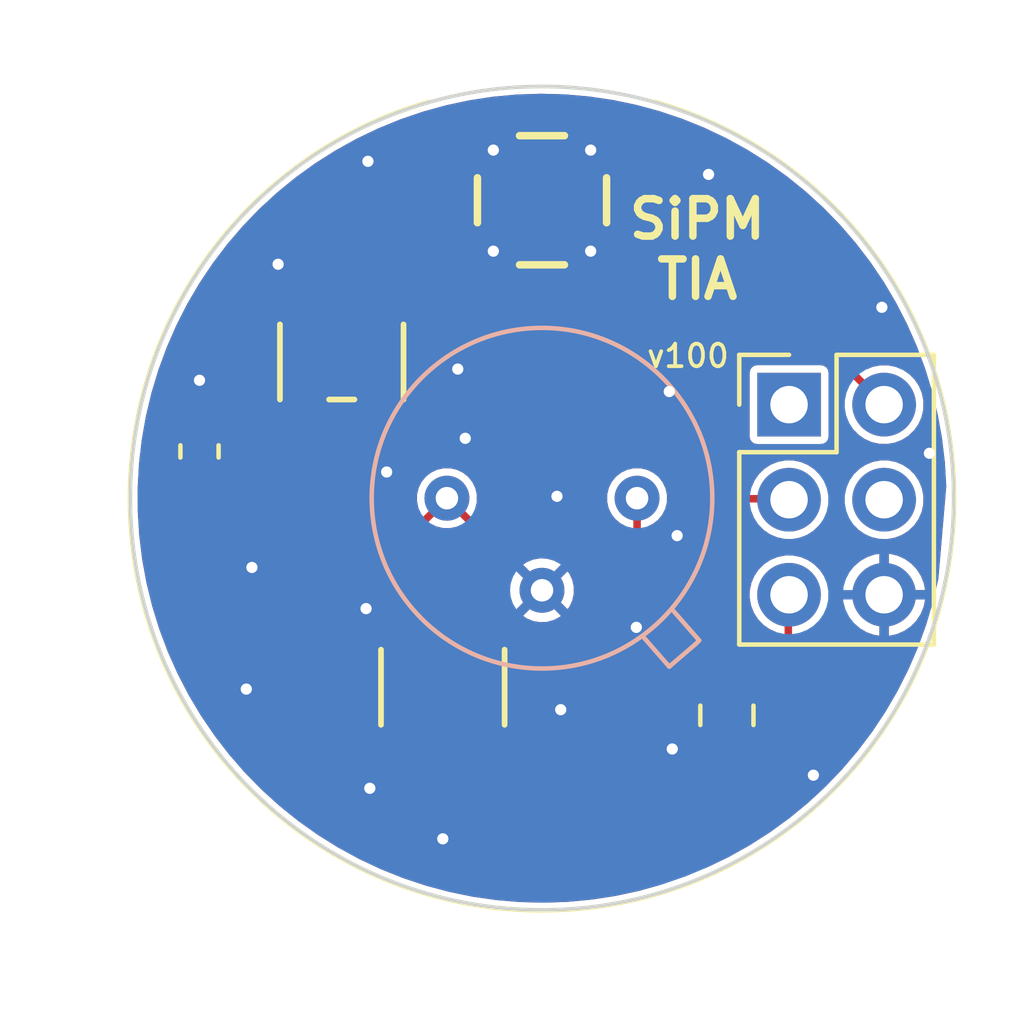
<source format=kicad_pcb>
(kicad_pcb (version 20190907) (host pcbnew "5.99.0-unknown-4135f0c~100~ubuntu18.04.1")

  (general
    (thickness 1.6)
    (drawings 7)
    (tracks 151)
    (modules 26)
    (nets 15)
  )

  (page "A4")
  (layers
    (0 "F.Cu" signal)
    (31 "B.Cu" signal)
    (32 "B.Adhes" user)
    (33 "F.Adhes" user)
    (34 "B.Paste" user)
    (35 "F.Paste" user)
    (36 "B.SilkS" user)
    (37 "F.SilkS" user)
    (38 "B.Mask" user)
    (39 "F.Mask" user)
    (40 "Dwgs.User" user)
    (41 "Cmts.User" user)
    (42 "Eco1.User" user)
    (43 "Eco2.User" user)
    (44 "Edge.Cuts" user)
    (45 "Margin" user)
    (46 "B.CrtYd" user hide)
    (47 "F.CrtYd" user hide)
    (48 "B.Fab" user)
    (49 "F.Fab" user hide)
  )

  (setup
    (last_trace_width 0.2)
    (user_trace_width 0.2)
    (user_trace_width 0.25)
    (user_trace_width 0.5)
    (trace_clearance 0.2)
    (zone_clearance 0.2)
    (zone_45_only no)
    (trace_min 0.2)
    (via_size 0.6)
    (via_drill 0.3)
    (via_min_size 0.4)
    (via_min_drill 0.3)
    (uvia_size 0.3)
    (uvia_drill 0.1)
    (uvias_allowed no)
    (uvia_min_size 0.2)
    (uvia_min_drill 0.1)
    (max_error 0.005)
    (defaults
      (edge_clearance 0.01)
      (edge_cuts_line_width 0.05)
      (courtyard_line_width 0.05)
      (copper_line_width 0.2)
      (copper_text_dims (size 1.5 1.5) (thickness 0.3))
      (silk_line_width 0.12)
      (silk_text_dims (size 1 1) (thickness 0.15))
      (other_layers_line_width 0.1)
      (other_layers_text_dims (size 1 1) (thickness 0.15))
    )
    (pad_size 1 1)
    (pad_drill 0.45)
    (pad_to_mask_clearance 0)
    (solder_mask_min_width 0.25)
    (aux_axis_origin 0 0)
    (visible_elements FFFFFF7F)
    (pcbplotparams
      (layerselection 0x010fc_ffffffff)
      (usegerberextensions false)
      (usegerberattributes false)
      (usegerberadvancedattributes false)
      (creategerberjobfile false)
      (excludeedgelayer true)
      (linewidth 0.100000)
      (plotframeref false)
      (viasonmask false)
      (mode 1)
      (useauxorigin false)
      (hpglpennumber 1)
      (hpglpenspeed 20)
      (hpglpendiameter 15.000000)
      (psnegative false)
      (psa4output false)
      (plotreference true)
      (plotvalue true)
      (plotinvisibletext false)
      (padsonsilk false)
      (subtractmaskfromsilk false)
      (outputformat 1)
      (mirror false)
      (drillshape 0)
      (scaleselection 1)
      (outputdirectory "../manufacturing/gerber/")
    )
  )

  (net 0 "")
  (net 1 "GND")
  (net 2 "/VBiasFilt")
  (net 3 "Net-(C2-Pad2)")
  (net 4 "Net-(C2-Pad1)")
  (net 5 "Net-(C3-Pad1)")
  (net 6 "VDDA")
  (net 7 "VSSA")
  (net 8 "/OUT")
  (net 9 "Net-(R1-Pad1)")
  (net 10 "Net-(R23-Pad2)")
  (net 11 "Net-(L1-Pad1)")
  (net 12 "Net-(R20-Pad1)")
  (net 13 "Net-(C7-Pad1)")
  (net 14 "+VDC")

  (net_class "Default" "This is the default net class."
    (clearance 0.2)
    (trace_width 0.2)
    (via_dia 0.6)
    (via_drill 0.3)
    (uvia_dia 0.3)
    (uvia_drill 0.1)
    (add_net "+5V")
    (add_net "+VDC")
    (add_net "/OUT")
    (add_net "/VBiasFilt")
    (add_net "GND")
    (add_net "Net-(C2-Pad1)")
    (add_net "Net-(C2-Pad2)")
    (add_net "Net-(C3-Pad1)")
    (add_net "Net-(C7-Pad1)")
    (add_net "Net-(J1-Pad4)")
    (add_net "Net-(L1-Pad1)")
    (add_net "Net-(R1-Pad1)")
    (add_net "Net-(R20-Pad1)")
    (add_net "Net-(R23-Pad2)")
    (add_net "Net-(U1-Pad5)")
    (add_net "VDDA")
    (add_net "VSSA")
  )

  (module "footprints:S14420" (layer "B.Cu") (tedit 5DB9CA5C) (tstamp 5DB9D8FB)
    (at 200 100)
    (path "/5DBBFA2E")
    (fp_text reference "D1" (at 0.1 -1) (layer "B.SilkS") hide
      (effects (font (size 1 1) (thickness 0.15)) (justify mirror))
    )
    (fp_text value "SIPM" (at 0.1 0.5) (layer "B.Fab") hide
      (effects (font (size 1 1) (thickness 0.15)) (justify mirror))
    )
    (fp_circle (center 0 0) (end 4.55 0) (layer "B.SilkS") (width 0.12))
    (fp_line (start 2.7 3.7) (end 3.4 4.5) (layer "B.SilkS") (width 0.12))
    (fp_line (start 3.4 4.5) (end 4.1 3.9) (layer "B.SilkS") (width 0.12))
    (fp_line (start 4.1 3.9) (end 4.2 3.8) (layer "B.SilkS") (width 0.12))
    (fp_line (start 4.2 3.8) (end 3.5 3) (layer "B.SilkS") (width 0.12))
    (pad "1" thru_hole circle (at 2.54 0) (size 1.2 1.2) (drill 0.6) (layers *.Cu *.Mask)
      (net 2 "/VBiasFilt"))
    (pad "2" thru_hole circle (at -2.54 0) (size 1.2 1.2) (drill 0.6) (layers *.Cu *.Mask)
      (net 4 "Net-(C2-Pad1)"))
    (pad "3" thru_hole circle (at 0 2.46) (size 1.2 1.2) (drill 0.6) (layers *.Cu *.Mask)
      (net 1 "GND"))
  )

  (module "footprints:R_0402_1005Metric" (layer "F.Cu") (tedit 5DB9F04F) (tstamp 5DB9CA78)
    (at 195.665 102.05 180)
    (descr "Resistor SMD 0402 (1005 Metric), square (rectangular) end terminal, IPC_7351 nominal, (Body size source: http://www.tortai-tech.com/upload/download/2011102023233369053.pdf), generated with kicad-footprint-generator")
    (tags "resistor")
    (path "/5DBD7F8F")
    (attr smd)
    (fp_text reference "R2" (at 0 -1.17) (layer "F.SilkS") hide
      (effects (font (size 1 1) (thickness 0.15)))
    )
    (fp_text value "1.5k" (at 0 1.17) (layer "F.Fab") hide
      (effects (font (size 1 1) (thickness 0.15)))
    )
    (fp_text user "%R" (at 0 0) (layer "F.Fab") hide
      (effects (font (size 0.25 0.25) (thickness 0.04)))
    )
    (fp_line (start 0.93 0.47) (end -0.93 0.47) (layer "F.CrtYd") (width 0.05))
    (fp_line (start 0.93 -0.47) (end 0.93 0.47) (layer "F.CrtYd") (width 0.05))
    (fp_line (start -0.93 -0.47) (end 0.93 -0.47) (layer "F.CrtYd") (width 0.05))
    (fp_line (start -0.93 0.47) (end -0.93 -0.47) (layer "F.CrtYd") (width 0.05))
    (fp_line (start 0.5 0.25) (end -0.5 0.25) (layer "F.Fab") (width 0.1))
    (fp_line (start 0.5 -0.25) (end 0.5 0.25) (layer "F.Fab") (width 0.1))
    (fp_line (start -0.5 -0.25) (end 0.5 -0.25) (layer "F.Fab") (width 0.1))
    (fp_line (start -0.5 0.25) (end -0.5 -0.25) (layer "F.Fab") (width 0.1))
    (pad "2" smd roundrect (at 0.485 0 180) (size 0.59 0.64) (layers "F.Cu" "F.Paste" "F.Mask") (roundrect_rratio 0.25)
      (net 3 "Net-(C2-Pad2)"))
    (pad "1" smd roundrect (at -0.485 0 180) (size 0.59 0.64) (layers "F.Cu" "F.Paste" "F.Mask") (roundrect_rratio 0.25)
      (net 4 "Net-(C2-Pad1)"))
    (model "${KIPRJMOD}/step/R_0402_1005Metric.step"
      (at (xyz 0 0 0))
      (scale (xyz 1 1 1))
      (rotate (xyz 0 0 0))
    )
  )

  (module "footprints:PinHeader_2x03_P2.54mm_Vertical" (layer "F.Cu") (tedit 59FED5CC) (tstamp 5DB9FD09)
    (at 206.6 97.5)
    (descr "Through hole straight pin header, 2x03, 2.54mm pitch, double rows")
    (tags "Through hole pin header THT 2x03 2.54mm double row")
    (path "/5DBA068E")
    (fp_text reference "J1" (at 1.27 -2.33) (layer "F.SilkS") hide
      (effects (font (size 1 1) (thickness 0.15)))
    )
    (fp_text value "Conn_01x06" (at 1.27 7.41) (layer "F.Fab") hide
      (effects (font (size 1 1) (thickness 0.15)))
    )
    (fp_text user "%R" (at 1.27 2.54 90) (layer "F.Fab") hide
      (effects (font (size 1 1) (thickness 0.15)))
    )
    (fp_line (start 4.35 -1.8) (end -1.8 -1.8) (layer "F.CrtYd") (width 0.05))
    (fp_line (start 4.35 6.85) (end 4.35 -1.8) (layer "F.CrtYd") (width 0.05))
    (fp_line (start -1.8 6.85) (end 4.35 6.85) (layer "F.CrtYd") (width 0.05))
    (fp_line (start -1.8 -1.8) (end -1.8 6.85) (layer "F.CrtYd") (width 0.05))
    (fp_line (start -1.33 -1.33) (end 0 -1.33) (layer "F.SilkS") (width 0.12))
    (fp_line (start -1.33 0) (end -1.33 -1.33) (layer "F.SilkS") (width 0.12))
    (fp_line (start 1.27 -1.33) (end 3.87 -1.33) (layer "F.SilkS") (width 0.12))
    (fp_line (start 1.27 1.27) (end 1.27 -1.33) (layer "F.SilkS") (width 0.12))
    (fp_line (start -1.33 1.27) (end 1.27 1.27) (layer "F.SilkS") (width 0.12))
    (fp_line (start 3.87 -1.33) (end 3.87 6.41) (layer "F.SilkS") (width 0.12))
    (fp_line (start -1.33 1.27) (end -1.33 6.41) (layer "F.SilkS") (width 0.12))
    (fp_line (start -1.33 6.41) (end 3.87 6.41) (layer "F.SilkS") (width 0.12))
    (fp_line (start -1.27 0) (end 0 -1.27) (layer "F.Fab") (width 0.1))
    (fp_line (start -1.27 6.35) (end -1.27 0) (layer "F.Fab") (width 0.1))
    (fp_line (start 3.81 6.35) (end -1.27 6.35) (layer "F.Fab") (width 0.1))
    (fp_line (start 3.81 -1.27) (end 3.81 6.35) (layer "F.Fab") (width 0.1))
    (fp_line (start 0 -1.27) (end 3.81 -1.27) (layer "F.Fab") (width 0.1))
    (pad "6" thru_hole oval (at 2.54 5.08) (size 1.7 1.7) (drill 1) (layers *.Cu *.Mask)
      (net 1 "GND"))
    (pad "5" thru_hole oval (at 0 5.08) (size 1.7 1.7) (drill 1) (layers *.Cu *.Mask)
      (net 14 "+VDC"))
    (pad "4" thru_hole oval (at 2.54 2.54) (size 1.7 1.7) (drill 1) (layers *.Cu *.Mask))
    (pad "3" thru_hole oval (at 0 2.54) (size 1.7 1.7) (drill 1) (layers *.Cu *.Mask)
      (net 6 "VDDA"))
    (pad "2" thru_hole oval (at 2.54 0) (size 1.7 1.7) (drill 1) (layers *.Cu *.Mask)
      (net 7 "VSSA"))
    (pad "1" thru_hole rect (at 0 0) (size 1.7 1.7) (drill 1) (layers *.Cu *.Mask))
    (model "${KISYS3DMOD}/Connector_PinHeader_2.54mm.3dshapes/PinHeader_2x03_P2.54mm_Vertical.wrl"
      (at (xyz 0 0 0))
      (scale (xyz 1 1 1))
      (rotate (xyz 0 0 0))
    )
  )

  (module "footprints:OPA843IDBVT" (layer "F.Cu") (tedit 5DB9EF72) (tstamp 5DB9D2AA)
    (at 194.65 96.36 -90)
    (path "/5DBB24C2")
    (fp_text reference "U2" (at 0 0 90) (layer "F.SilkS") hide
      (effects (font (size 1 1) (thickness 0.15)))
    )
    (fp_text value "OPA843IDBVT" (at 0 0 90) (layer "F.SilkS") hide
      (effects (font (size 1 1) (thickness 0.15)))
    )
    (fp_text user "Copyright 2016 Accelerated Designs. All rights reserved." (at 0 0 90) (layer "Cmts.User") hide
      (effects (font (size 0.127 0.127) (thickness 0.002)))
    )
    (fp_text user "*" (at -0.6223 -1.6866 90) (layer "F.Fab") hide
      (effects (font (size 1 1) (thickness 0.15)))
    )
    (fp_text user "*" (at -0.6223 -1.6866 90) (layer "F.Fab") hide
      (effects (font (size 1 1) (thickness 0.15)))
    )
    (fp_line (start -1.0033 1.651) (end 1.0033 1.651) (layer "F.SilkS") (width 0.1524))
    (fp_line (start 1.0033 0.337861) (end 1.0033 -0.337861) (layer "F.SilkS") (width 0.1524))
    (fp_line (start 1.0033 -1.651) (end -1.0033 -1.651) (layer "F.SilkS") (width 0.1524))
    (fp_line (start -0.8763 1.524) (end 0.8763 1.524) (layer "F.Fab") (width 0.1524))
    (fp_line (start 0.8763 1.524) (end 0.8763 -1.524) (layer "F.Fab") (width 0.1524))
    (fp_line (start 0.8763 -1.524) (end -0.8763 -1.524) (layer "F.Fab") (width 0.1524))
    (fp_line (start -0.8763 -1.524) (end -0.8763 1.524) (layer "F.Fab") (width 0.1524))
    (fp_line (start -0.8763 -0.696) (end -0.8763 -1.204) (layer "F.Fab") (width 0.1524))
    (fp_line (start -0.8763 -1.204) (end -1.4986 -1.204) (layer "F.Fab") (width 0.1524))
    (fp_line (start -1.4986 -1.204) (end -1.4986 -0.696) (layer "F.Fab") (width 0.1524))
    (fp_line (start -1.4986 -0.696) (end -0.8763 -0.696) (layer "F.Fab") (width 0.1524))
    (fp_line (start -0.8763 0.254) (end -0.8763 -0.254) (layer "F.Fab") (width 0.1524))
    (fp_line (start -0.8763 -0.254) (end -1.4986 -0.254) (layer "F.Fab") (width 0.1524))
    (fp_line (start -1.4986 -0.254) (end -1.4986 0.254) (layer "F.Fab") (width 0.1524))
    (fp_line (start -1.4986 0.254) (end -0.8763 0.254) (layer "F.Fab") (width 0.1524))
    (fp_line (start -0.8763 1.204) (end -0.8763 0.696) (layer "F.Fab") (width 0.1524))
    (fp_line (start -0.8763 0.696) (end -1.4986 0.696) (layer "F.Fab") (width 0.1524))
    (fp_line (start -1.4986 0.696) (end -1.4986 1.204) (layer "F.Fab") (width 0.1524))
    (fp_line (start -1.4986 1.204) (end -0.8763 1.204) (layer "F.Fab") (width 0.1524))
    (fp_line (start 0.8763 0.696) (end 0.8763 1.204) (layer "F.Fab") (width 0.1524))
    (fp_line (start 0.8763 1.204) (end 1.4986 1.204) (layer "F.Fab") (width 0.1524))
    (fp_line (start 1.4986 1.204) (end 1.4986 0.696) (layer "F.Fab") (width 0.1524))
    (fp_line (start 1.4986 0.696) (end 0.8763 0.696) (layer "F.Fab") (width 0.1524))
    (fp_line (start 0.8763 -1.204) (end 0.8763 -0.696) (layer "F.Fab") (width 0.1524))
    (fp_line (start 0.8763 -0.696) (end 1.4986 -0.696) (layer "F.Fab") (width 0.1524))
    (fp_line (start 1.4986 -0.696) (end 1.4986 -1.204) (layer "F.Fab") (width 0.1524))
    (fp_line (start 1.4986 -1.204) (end 0.8763 -1.204) (layer "F.Fab") (width 0.1524))
    (fp_line (start -1.1303 1.778) (end -1.1303 1.4834) (layer "F.CrtYd") (width 0.1524))
    (fp_line (start -1.1303 1.4834) (end -2.1082 1.4834) (layer "F.CrtYd") (width 0.1524))
    (fp_line (start -2.1082 1.4834) (end -2.1082 -1.4834) (layer "F.CrtYd") (width 0.1524))
    (fp_line (start -2.1082 -1.4834) (end -1.1303 -1.4834) (layer "F.CrtYd") (width 0.1524))
    (fp_line (start -1.1303 -1.4834) (end -1.1303 -1.778) (layer "F.CrtYd") (width 0.1524))
    (fp_line (start -1.1303 -1.778) (end 1.1303 -1.778) (layer "F.CrtYd") (width 0.1524))
    (fp_line (start 1.1303 -1.778) (end 1.1303 -1.4834) (layer "F.CrtYd") (width 0.1524))
    (fp_line (start 1.1303 -1.4834) (end 2.1082 -1.4834) (layer "F.CrtYd") (width 0.1524))
    (fp_line (start 2.1082 -1.4834) (end 2.1082 1.4834) (layer "F.CrtYd") (width 0.1524))
    (fp_line (start 2.1082 1.4834) (end 1.1303 1.4834) (layer "F.CrtYd") (width 0.1524))
    (fp_line (start 1.1303 1.4834) (end 1.1303 1.778) (layer "F.CrtYd") (width 0.1524))
    (fp_line (start 1.1303 1.778) (end -1.1303 1.778) (layer "F.CrtYd") (width 0.1524))
    (fp_arc (start 0 -1.524) (end 0.3048 -1.524) (angle 180) (layer "F.Fab") (width 0.1524))
    (pad "1" smd rect (at -1.1176 -0.950001 270) (size 1.4732 0.5588) (layers "F.Cu" "F.Paste" "F.Mask")
      (net 9 "Net-(R1-Pad1)"))
    (pad "2" smd rect (at -1.1176 0 270) (size 1.4732 0.5588) (layers "F.Cu" "F.Paste" "F.Mask")
      (net 7 "VSSA"))
    (pad "3" smd rect (at -1.1176 0.950001 270) (size 1.4732 0.5588) (layers "F.Cu" "F.Paste" "F.Mask")
      (net 10 "Net-(R23-Pad2)"))
    (pad "4" smd rect (at 1.1176 0.950001 270) (size 1.4732 0.5588) (layers "F.Cu" "F.Paste" "F.Mask")
      (net 12 "Net-(R20-Pad1)"))
    (pad "5" smd rect (at 1.1176 -0.950001 270) (size 1.4732 0.5588) (layers "F.Cu" "F.Paste" "F.Mask")
      (net 6 "VDDA"))
    (model "${KIPRJMOD}/step/DBV5.step"
      (at (xyz 0 0 0))
      (scale (xyz 1 1 1))
      (rotate (xyz 0 0 0))
    )
  )

  (module "footprints:OPA847IDBVT" (layer "F.Cu") (tedit 5DB9EF54) (tstamp 5DB9D276)
    (at 197.35 105.05 90)
    (path "/5DBB3064")
    (fp_text reference "U1" (at 0 0 90) (layer "F.SilkS") hide
      (effects (font (size 1 1) (thickness 0.15)))
    )
    (fp_text value "OPA847IDBVT" (at 0 0 90) (layer "F.SilkS") hide
      (effects (font (size 1 1) (thickness 0.15)))
    )
    (fp_text user "Copyright 2016 Accelerated Designs. All rights reserved." (at 0 0 90) (layer "Cmts.User") hide
      (effects (font (size 0.127 0.127) (thickness 0.002)))
    )
    (fp_text user "*" (at -0.4953 -1.4478 90) (layer "F.Fab") hide
      (effects (font (size 1 1) (thickness 0.15)))
    )
    (fp_text user "*" (at -0.4953 -1.4478 90) (layer "F.Fab") hide
      (effects (font (size 1 1) (thickness 0.15)))
    )
    (fp_line (start -0.8763 -0.696) (end -0.8763 -1.204) (layer "F.Fab") (width 0.1524))
    (fp_line (start -0.8763 -1.204) (end -1.4986 -1.204) (layer "F.Fab") (width 0.1524))
    (fp_line (start -1.4986 -1.204) (end -1.4986 -0.696) (layer "F.Fab") (width 0.1524))
    (fp_line (start -1.4986 -0.696) (end -0.8763 -0.696) (layer "F.Fab") (width 0.1524))
    (fp_line (start -0.8763 0.254) (end -0.8763 -0.254) (layer "F.Fab") (width 0.1524))
    (fp_line (start -0.8763 -0.254) (end -1.4986 -0.254) (layer "F.Fab") (width 0.1524))
    (fp_line (start -1.4986 -0.254) (end -1.4986 0.254) (layer "F.Fab") (width 0.1524))
    (fp_line (start -1.4986 0.254) (end -0.8763 0.254) (layer "F.Fab") (width 0.1524))
    (fp_line (start -0.8763 1.204) (end -0.8763 0.696) (layer "F.Fab") (width 0.1524))
    (fp_line (start -0.8763 0.696) (end -1.4986 0.696) (layer "F.Fab") (width 0.1524))
    (fp_line (start -1.4986 0.696) (end -1.4986 1.204) (layer "F.Fab") (width 0.1524))
    (fp_line (start -1.4986 1.204) (end -0.8763 1.204) (layer "F.Fab") (width 0.1524))
    (fp_line (start 0.8763 0.696) (end 0.8763 1.204) (layer "F.Fab") (width 0.1524))
    (fp_line (start 0.8763 1.204) (end 1.4986 1.204) (layer "F.Fab") (width 0.1524))
    (fp_line (start 1.4986 1.204) (end 1.4986 0.696) (layer "F.Fab") (width 0.1524))
    (fp_line (start 1.4986 0.696) (end 0.8763 0.696) (layer "F.Fab") (width 0.1524))
    (fp_line (start 0.8763 -0.254) (end 0.8763 0.254) (layer "F.Fab") (width 0.1524))
    (fp_line (start 0.8763 0.254) (end 1.4986 0.254) (layer "F.Fab") (width 0.1524))
    (fp_line (start 1.4986 0.254) (end 1.4986 -0.254) (layer "F.Fab") (width 0.1524))
    (fp_line (start 1.4986 -0.254) (end 0.8763 -0.254) (layer "F.Fab") (width 0.1524))
    (fp_line (start 0.8763 -1.204) (end 0.8763 -0.696) (layer "F.Fab") (width 0.1524))
    (fp_line (start 0.8763 -0.696) (end 1.4986 -0.696) (layer "F.Fab") (width 0.1524))
    (fp_line (start 1.4986 -0.696) (end 1.4986 -1.204) (layer "F.Fab") (width 0.1524))
    (fp_line (start 1.4986 -1.204) (end 0.8763 -1.204) (layer "F.Fab") (width 0.1524))
    (fp_line (start -1.0033 1.651) (end 1.0033 1.651) (layer "F.SilkS") (width 0.1524))
    (fp_line (start 1.0033 -1.651) (end -1.0033 -1.651) (layer "F.SilkS") (width 0.1524))
    (fp_line (start -0.8763 1.524) (end 0.8763 1.524) (layer "F.Fab") (width 0.1524))
    (fp_line (start 0.8763 1.524) (end 0.8763 -1.524) (layer "F.Fab") (width 0.1524))
    (fp_line (start 0.8763 -1.524) (end -0.8763 -1.524) (layer "F.Fab") (width 0.1524))
    (fp_line (start -0.8763 -1.524) (end -0.8763 1.524) (layer "F.Fab") (width 0.1524))
    (fp_line (start -2.1082 1.4834) (end -2.1082 -1.4834) (layer "F.CrtYd") (width 0.1524))
    (fp_line (start -2.1082 -1.4834) (end -1.1303 -1.4834) (layer "F.CrtYd") (width 0.1524))
    (fp_line (start -1.1303 -1.4834) (end -1.1303 -1.778) (layer "F.CrtYd") (width 0.1524))
    (fp_line (start -1.1303 -1.778) (end 1.1303 -1.778) (layer "F.CrtYd") (width 0.1524))
    (fp_line (start 1.1303 -1.778) (end 1.1303 -1.4834) (layer "F.CrtYd") (width 0.1524))
    (fp_line (start 1.1303 -1.4834) (end 2.1082 -1.4834) (layer "F.CrtYd") (width 0.1524))
    (fp_line (start 2.1082 -1.4834) (end 2.1082 1.4834) (layer "F.CrtYd") (width 0.1524))
    (fp_line (start 2.1082 1.4834) (end 1.1303 1.4834) (layer "F.CrtYd") (width 0.1524))
    (fp_line (start 1.1303 1.4834) (end 1.1303 1.778) (layer "F.CrtYd") (width 0.1524))
    (fp_line (start 1.1303 1.778) (end -1.1303 1.778) (layer "F.CrtYd") (width 0.1524))
    (fp_line (start -1.1303 1.778) (end -1.1303 1.4834) (layer "F.CrtYd") (width 0.1524))
    (fp_line (start -1.1303 1.4834) (end -2.1082 1.4834) (layer "F.CrtYd") (width 0.1524))
    (fp_arc (start 0 -1.524) (end 0.3048 -1.524) (angle 180) (layer "F.Fab") (width 0.1524))
    (pad "1" smd rect (at -1.1176 -0.950001 90) (size 1.4732 0.5588) (layers "F.Cu" "F.Paste" "F.Mask")
      (net 3 "Net-(C2-Pad2)"))
    (pad "2" smd rect (at -1.1176 0 90) (size 1.4732 0.5588) (layers "F.Cu" "F.Paste" "F.Mask")
      (net 7 "VSSA"))
    (pad "3" smd rect (at -1.1176 0.950001 90) (size 1.4732 0.5588) (layers "F.Cu" "F.Paste" "F.Mask")
      (net 13 "Net-(C7-Pad1)"))
    (pad "4" smd rect (at 1.1176 0.950001 90) (size 1.4732 0.5588) (layers "F.Cu" "F.Paste" "F.Mask")
      (net 4 "Net-(C2-Pad1)"))
    (pad "5" smd rect (at 1.1176 0 90) (size 1.4732 0.5588) (layers "F.Cu" "F.Paste" "F.Mask"))
    (pad "6" smd rect (at 1.1176 -0.950001 90) (size 1.4732 0.5588) (layers "F.Cu" "F.Paste" "F.Mask")
      (net 6 "VDDA"))
    (model "${KIPRJMOD}/step/DBV6.step"
      (at (xyz 0 0 0))
      (scale (xyz 1 1 1))
      (rotate (xyz 0 0 0))
    )
  )

  (module "footprints:R_0402_1005Metric" (layer "F.Cu") (tedit 5DB9F04F) (tstamp 5DB9CAE1)
    (at 194.3 99.65 90)
    (descr "Resistor SMD 0402 (1005 Metric), square (rectangular) end terminal, IPC_7351 nominal, (Body size source: http://www.tortai-tech.com/upload/download/2011102023233369053.pdf), generated with kicad-footprint-generator")
    (tags "resistor")
    (path "/5DBFFA95")
    (attr smd)
    (fp_text reference "R23" (at 0 -1.17 90) (layer "F.SilkS") hide
      (effects (font (size 1 1) (thickness 0.15)))
    )
    (fp_text value "220" (at 0 1.17 90) (layer "F.Fab") hide
      (effects (font (size 1 1) (thickness 0.15)))
    )
    (fp_text user "%R" (at 0 0 90) (layer "F.Fab") hide
      (effects (font (size 0.25 0.25) (thickness 0.04)))
    )
    (fp_line (start 0.93 0.47) (end -0.93 0.47) (layer "F.CrtYd") (width 0.05))
    (fp_line (start 0.93 -0.47) (end 0.93 0.47) (layer "F.CrtYd") (width 0.05))
    (fp_line (start -0.93 -0.47) (end 0.93 -0.47) (layer "F.CrtYd") (width 0.05))
    (fp_line (start -0.93 0.47) (end -0.93 -0.47) (layer "F.CrtYd") (width 0.05))
    (fp_line (start 0.5 0.25) (end -0.5 0.25) (layer "F.Fab") (width 0.1))
    (fp_line (start 0.5 -0.25) (end 0.5 0.25) (layer "F.Fab") (width 0.1))
    (fp_line (start -0.5 -0.25) (end 0.5 -0.25) (layer "F.Fab") (width 0.1))
    (fp_line (start -0.5 0.25) (end -0.5 -0.25) (layer "F.Fab") (width 0.1))
    (pad "2" smd roundrect (at 0.485 0 90) (size 0.59 0.64) (layers "F.Cu" "F.Paste" "F.Mask") (roundrect_rratio 0.25)
      (net 10 "Net-(R23-Pad2)"))
    (pad "1" smd roundrect (at -0.485 0 90) (size 0.59 0.64) (layers "F.Cu" "F.Paste" "F.Mask") (roundrect_rratio 0.25)
      (net 3 "Net-(C2-Pad2)"))
    (model "${KIPRJMOD}/step/R_0402_1005Metric.step"
      (at (xyz 0 0 0))
      (scale (xyz 1 1 1))
      (rotate (xyz 0 0 0))
    )
  )

  (module "footprints:R_0402_1005Metric" (layer "F.Cu") (tedit 5DB9F04F) (tstamp 5DB9CAD2)
    (at 192.4 97.95 90)
    (descr "Resistor SMD 0402 (1005 Metric), square (rectangular) end terminal, IPC_7351 nominal, (Body size source: http://www.tortai-tech.com/upload/download/2011102023233369053.pdf), generated with kicad-footprint-generator")
    (tags "resistor")
    (path "/5DC3EC05")
    (attr smd)
    (fp_text reference "R21" (at 0 -1.17 90) (layer "F.SilkS") hide
      (effects (font (size 1 1) (thickness 0.15)))
    )
    (fp_text value "422" (at 0 1.17 90) (layer "F.Fab") hide
      (effects (font (size 1 1) (thickness 0.15)))
    )
    (fp_text user "%R" (at 0 0 90) (layer "F.Fab") hide
      (effects (font (size 0.25 0.25) (thickness 0.04)))
    )
    (fp_line (start 0.93 0.47) (end -0.93 0.47) (layer "F.CrtYd") (width 0.05))
    (fp_line (start 0.93 -0.47) (end 0.93 0.47) (layer "F.CrtYd") (width 0.05))
    (fp_line (start -0.93 -0.47) (end 0.93 -0.47) (layer "F.CrtYd") (width 0.05))
    (fp_line (start -0.93 0.47) (end -0.93 -0.47) (layer "F.CrtYd") (width 0.05))
    (fp_line (start 0.5 0.25) (end -0.5 0.25) (layer "F.Fab") (width 0.1))
    (fp_line (start 0.5 -0.25) (end 0.5 0.25) (layer "F.Fab") (width 0.1))
    (fp_line (start -0.5 -0.25) (end 0.5 -0.25) (layer "F.Fab") (width 0.1))
    (fp_line (start -0.5 0.25) (end -0.5 -0.25) (layer "F.Fab") (width 0.1))
    (pad "2" smd roundrect (at 0.485 0 90) (size 0.59 0.64) (layers "F.Cu" "F.Paste" "F.Mask") (roundrect_rratio 0.25)
      (net 12 "Net-(R20-Pad1)"))
    (pad "1" smd roundrect (at -0.485 0 90) (size 0.59 0.64) (layers "F.Cu" "F.Paste" "F.Mask") (roundrect_rratio 0.25)
      (net 1 "GND"))
    (model "${KIPRJMOD}/step/R_0402_1005Metric.step"
      (at (xyz 0 0 0))
      (scale (xyz 1 1 1))
      (rotate (xyz 0 0 0))
    )
  )

  (module "footprints:R_0402_1005Metric" (layer "F.Cu") (tedit 5DB9F04F) (tstamp 5DBA1437)
    (at 192.4 95.25 90)
    (descr "Resistor SMD 0402 (1005 Metric), square (rectangular) end terminal, IPC_7351 nominal, (Body size source: http://www.tortai-tech.com/upload/download/2011102023233369053.pdf), generated with kicad-footprint-generator")
    (tags "resistor")
    (path "/5DC3EBFF")
    (attr smd)
    (fp_text reference "R20" (at 0 -1.17 90) (layer "F.SilkS") hide
      (effects (font (size 1 1) (thickness 0.15)))
    )
    (fp_text value "422" (at 0 1.17 90) (layer "F.Fab") hide
      (effects (font (size 1 1) (thickness 0.15)))
    )
    (fp_text user "%R" (at 0 0 90) (layer "F.Fab") hide
      (effects (font (size 0.25 0.25) (thickness 0.04)))
    )
    (fp_line (start 0.93 0.47) (end -0.93 0.47) (layer "F.CrtYd") (width 0.05))
    (fp_line (start 0.93 -0.47) (end 0.93 0.47) (layer "F.CrtYd") (width 0.05))
    (fp_line (start -0.93 -0.47) (end 0.93 -0.47) (layer "F.CrtYd") (width 0.05))
    (fp_line (start -0.93 0.47) (end -0.93 -0.47) (layer "F.CrtYd") (width 0.05))
    (fp_line (start 0.5 0.25) (end -0.5 0.25) (layer "F.Fab") (width 0.1))
    (fp_line (start 0.5 -0.25) (end 0.5 0.25) (layer "F.Fab") (width 0.1))
    (fp_line (start -0.5 -0.25) (end 0.5 -0.25) (layer "F.Fab") (width 0.1))
    (fp_line (start -0.5 0.25) (end -0.5 -0.25) (layer "F.Fab") (width 0.1))
    (pad "2" smd roundrect (at 0.485 0 90) (size 0.59 0.64) (layers "F.Cu" "F.Paste" "F.Mask") (roundrect_rratio 0.25)
      (net 9 "Net-(R1-Pad1)"))
    (pad "1" smd roundrect (at -0.485 0 90) (size 0.59 0.64) (layers "F.Cu" "F.Paste" "F.Mask") (roundrect_rratio 0.25)
      (net 12 "Net-(R20-Pad1)"))
    (model "${KIPRJMOD}/step/R_0402_1005Metric.step"
      (at (xyz 0 0 0))
      (scale (xyz 1 1 1))
      (rotate (xyz 0 0 0))
    )
  )

  (module "footprints:R_0402_1005Metric" (layer "F.Cu") (tedit 5DB9F04F) (tstamp 5DB9CAB4)
    (at 204.59 102.99 90)
    (descr "Resistor SMD 0402 (1005 Metric), square (rectangular) end terminal, IPC_7351 nominal, (Body size source: http://www.tortai-tech.com/upload/download/2011102023233369053.pdf), generated with kicad-footprint-generator")
    (tags "resistor")
    (path "/5DBC3104")
    (attr smd)
    (fp_text reference "R11" (at 0 -1.17 90) (layer "F.SilkS") hide
      (effects (font (size 1 1) (thickness 0.15)))
    )
    (fp_text value "36" (at 0 1.17 90) (layer "F.Fab") hide
      (effects (font (size 1 1) (thickness 0.15)))
    )
    (fp_text user "%R" (at 0 0 90) (layer "F.Fab") hide
      (effects (font (size 0.25 0.25) (thickness 0.04)))
    )
    (fp_line (start 0.93 0.47) (end -0.93 0.47) (layer "F.CrtYd") (width 0.05))
    (fp_line (start 0.93 -0.47) (end 0.93 0.47) (layer "F.CrtYd") (width 0.05))
    (fp_line (start -0.93 -0.47) (end 0.93 -0.47) (layer "F.CrtYd") (width 0.05))
    (fp_line (start -0.93 0.47) (end -0.93 -0.47) (layer "F.CrtYd") (width 0.05))
    (fp_line (start 0.5 0.25) (end -0.5 0.25) (layer "F.Fab") (width 0.1))
    (fp_line (start 0.5 -0.25) (end 0.5 0.25) (layer "F.Fab") (width 0.1))
    (fp_line (start -0.5 -0.25) (end 0.5 -0.25) (layer "F.Fab") (width 0.1))
    (fp_line (start -0.5 0.25) (end -0.5 -0.25) (layer "F.Fab") (width 0.1))
    (pad "2" smd roundrect (at 0.485 0 90) (size 0.59 0.64) (layers "F.Cu" "F.Paste" "F.Mask") (roundrect_rratio 0.25)
      (net 2 "/VBiasFilt"))
    (pad "1" smd roundrect (at -0.485 0 90) (size 0.59 0.64) (layers "F.Cu" "F.Paste" "F.Mask") (roundrect_rratio 0.25)
      (net 5 "Net-(C3-Pad1)"))
    (model "${KIPRJMOD}/step/R_0402_1005Metric.step"
      (at (xyz 0 0 0))
      (scale (xyz 1 1 1))
      (rotate (xyz 0 0 0))
    )
  )

  (module "footprints:R_0402_1005Metric" (layer "F.Cu") (tedit 5DB9F04F) (tstamp 5DB9CAA5)
    (at 192.75 99.55)
    (descr "Resistor SMD 0402 (1005 Metric), square (rectangular) end terminal, IPC_7351 nominal, (Body size source: http://www.tortai-tech.com/upload/download/2011102023233369053.pdf), generated with kicad-footprint-generator")
    (tags "resistor")
    (path "/5DC01001")
    (attr smd)
    (fp_text reference "R5" (at 0 -1.17) (layer "F.SilkS") hide
      (effects (font (size 1 1) (thickness 0.15)))
    )
    (fp_text value "28" (at 0 1.17) (layer "F.Fab") hide
      (effects (font (size 1 1) (thickness 0.15)))
    )
    (fp_text user "%R" (at 0 0) (layer "F.Fab") hide
      (effects (font (size 0.25 0.25) (thickness 0.04)))
    )
    (fp_line (start 0.93 0.47) (end -0.93 0.47) (layer "F.CrtYd") (width 0.05))
    (fp_line (start 0.93 -0.47) (end 0.93 0.47) (layer "F.CrtYd") (width 0.05))
    (fp_line (start -0.93 -0.47) (end 0.93 -0.47) (layer "F.CrtYd") (width 0.05))
    (fp_line (start -0.93 0.47) (end -0.93 -0.47) (layer "F.CrtYd") (width 0.05))
    (fp_line (start 0.5 0.25) (end -0.5 0.25) (layer "F.Fab") (width 0.1))
    (fp_line (start 0.5 -0.25) (end 0.5 0.25) (layer "F.Fab") (width 0.1))
    (fp_line (start -0.5 -0.25) (end 0.5 -0.25) (layer "F.Fab") (width 0.1))
    (fp_line (start -0.5 0.25) (end -0.5 -0.25) (layer "F.Fab") (width 0.1))
    (pad "2" smd roundrect (at 0.485 0) (size 0.59 0.64) (layers "F.Cu" "F.Paste" "F.Mask") (roundrect_rratio 0.25)
      (net 10 "Net-(R23-Pad2)"))
    (pad "1" smd roundrect (at -0.485 0) (size 0.59 0.64) (layers "F.Cu" "F.Paste" "F.Mask") (roundrect_rratio 0.25)
      (net 11 "Net-(L1-Pad1)"))
    (model "${KIPRJMOD}/step/R_0402_1005Metric.step"
      (at (xyz 0 0 0))
      (scale (xyz 1 1 1))
      (rotate (xyz 0 0 0))
    )
  )

  (module "footprints:R_0402_1005Metric" (layer "F.Cu") (tedit 5DB9F04F) (tstamp 5DB9CA96)
    (at 206.58 105.16 -90)
    (descr "Resistor SMD 0402 (1005 Metric), square (rectangular) end terminal, IPC_7351 nominal, (Body size source: http://www.tortai-tech.com/upload/download/2011102023233369053.pdf), generated with kicad-footprint-generator")
    (tags "resistor")
    (path "/5DBC2945")
    (attr smd)
    (fp_text reference "R4" (at 0 -1.17 90) (layer "F.SilkS") hide
      (effects (font (size 1 1) (thickness 0.15)))
    )
    (fp_text value "36" (at 0 1.17 90) (layer "F.Fab") hide
      (effects (font (size 1 1) (thickness 0.15)))
    )
    (fp_text user "%R" (at 0 0 90) (layer "F.Fab") hide
      (effects (font (size 0.25 0.25) (thickness 0.04)))
    )
    (fp_line (start 0.93 0.47) (end -0.93 0.47) (layer "F.CrtYd") (width 0.05))
    (fp_line (start 0.93 -0.47) (end 0.93 0.47) (layer "F.CrtYd") (width 0.05))
    (fp_line (start -0.93 -0.47) (end 0.93 -0.47) (layer "F.CrtYd") (width 0.05))
    (fp_line (start -0.93 0.47) (end -0.93 -0.47) (layer "F.CrtYd") (width 0.05))
    (fp_line (start 0.5 0.25) (end -0.5 0.25) (layer "F.Fab") (width 0.1))
    (fp_line (start 0.5 -0.25) (end 0.5 0.25) (layer "F.Fab") (width 0.1))
    (fp_line (start -0.5 -0.25) (end 0.5 -0.25) (layer "F.Fab") (width 0.1))
    (fp_line (start -0.5 0.25) (end -0.5 -0.25) (layer "F.Fab") (width 0.1))
    (pad "2" smd roundrect (at 0.485 0 270) (size 0.59 0.64) (layers "F.Cu" "F.Paste" "F.Mask") (roundrect_rratio 0.25)
      (net 5 "Net-(C3-Pad1)"))
    (pad "1" smd roundrect (at -0.485 0 270) (size 0.59 0.64) (layers "F.Cu" "F.Paste" "F.Mask") (roundrect_rratio 0.25)
      (net 14 "+VDC"))
    (model "${KIPRJMOD}/step/R_0402_1005Metric.step"
      (at (xyz 0 0 0))
      (scale (xyz 1 1 1))
      (rotate (xyz 0 0 0))
    )
  )

  (module "footprints:R_0402_1005Metric" (layer "F.Cu") (tedit 5DB9F04F) (tstamp 5DB9CA87)
    (at 200.55 108.6 90)
    (descr "Resistor SMD 0402 (1005 Metric), square (rectangular) end terminal, IPC_7351 nominal, (Body size source: http://www.tortai-tech.com/upload/download/2011102023233369053.pdf), generated with kicad-footprint-generator")
    (tags "resistor")
    (path "/5DBE81D1")
    (attr smd)
    (fp_text reference "R3" (at 0 -1.17 90) (layer "F.SilkS") hide
      (effects (font (size 1 1) (thickness 0.15)))
    )
    (fp_text value "1.5k" (at 0 1.17 90) (layer "F.Fab") hide
      (effects (font (size 1 1) (thickness 0.15)))
    )
    (fp_text user "%R" (at 0 0 90) (layer "F.Fab") hide
      (effects (font (size 0.25 0.25) (thickness 0.04)))
    )
    (fp_line (start 0.93 0.47) (end -0.93 0.47) (layer "F.CrtYd") (width 0.05))
    (fp_line (start 0.93 -0.47) (end 0.93 0.47) (layer "F.CrtYd") (width 0.05))
    (fp_line (start -0.93 -0.47) (end 0.93 -0.47) (layer "F.CrtYd") (width 0.05))
    (fp_line (start -0.93 0.47) (end -0.93 -0.47) (layer "F.CrtYd") (width 0.05))
    (fp_line (start 0.5 0.25) (end -0.5 0.25) (layer "F.Fab") (width 0.1))
    (fp_line (start 0.5 -0.25) (end 0.5 0.25) (layer "F.Fab") (width 0.1))
    (fp_line (start -0.5 -0.25) (end 0.5 -0.25) (layer "F.Fab") (width 0.1))
    (fp_line (start -0.5 0.25) (end -0.5 -0.25) (layer "F.Fab") (width 0.1))
    (pad "2" smd roundrect (at 0.485 0 90) (size 0.59 0.64) (layers "F.Cu" "F.Paste" "F.Mask") (roundrect_rratio 0.25)
      (net 13 "Net-(C7-Pad1)"))
    (pad "1" smd roundrect (at -0.485 0 90) (size 0.59 0.64) (layers "F.Cu" "F.Paste" "F.Mask") (roundrect_rratio 0.25)
      (net 1 "GND"))
    (model "${KIPRJMOD}/step/R_0402_1005Metric.step"
      (at (xyz 0 0 0))
      (scale (xyz 1 1 1))
      (rotate (xyz 0 0 0))
    )
  )

  (module "footprints:R_0402_1005Metric" (layer "F.Cu") (tedit 5DB9F04F) (tstamp 5DB9CA69)
    (at 196.45 93 90)
    (descr "Resistor SMD 0402 (1005 Metric), square (rectangular) end terminal, IPC_7351 nominal, (Body size source: http://www.tortai-tech.com/upload/download/2011102023233369053.pdf), generated with kicad-footprint-generator")
    (tags "resistor")
    (path "/5DC497F6")
    (attr smd)
    (fp_text reference "R1" (at 0 -1.17 90) (layer "F.SilkS") hide
      (effects (font (size 1 1) (thickness 0.15)))
    )
    (fp_text value "49.9" (at 0 1.17 90) (layer "F.Fab") hide
      (effects (font (size 1 1) (thickness 0.15)))
    )
    (fp_text user "%R" (at 0 0 90) (layer "F.Fab") hide
      (effects (font (size 0.25 0.25) (thickness 0.04)))
    )
    (fp_line (start 0.93 0.47) (end -0.93 0.47) (layer "F.CrtYd") (width 0.05))
    (fp_line (start 0.93 -0.47) (end 0.93 0.47) (layer "F.CrtYd") (width 0.05))
    (fp_line (start -0.93 -0.47) (end 0.93 -0.47) (layer "F.CrtYd") (width 0.05))
    (fp_line (start -0.93 0.47) (end -0.93 -0.47) (layer "F.CrtYd") (width 0.05))
    (fp_line (start 0.5 0.25) (end -0.5 0.25) (layer "F.Fab") (width 0.1))
    (fp_line (start 0.5 -0.25) (end 0.5 0.25) (layer "F.Fab") (width 0.1))
    (fp_line (start -0.5 -0.25) (end 0.5 -0.25) (layer "F.Fab") (width 0.1))
    (fp_line (start -0.5 0.25) (end -0.5 -0.25) (layer "F.Fab") (width 0.1))
    (pad "2" smd roundrect (at 0.485 0 90) (size 0.59 0.64) (layers "F.Cu" "F.Paste" "F.Mask") (roundrect_rratio 0.25)
      (net 8 "/OUT"))
    (pad "1" smd roundrect (at -0.485 0 90) (size 0.59 0.64) (layers "F.Cu" "F.Paste" "F.Mask") (roundrect_rratio 0.25)
      (net 9 "Net-(R1-Pad1)"))
    (model "${KIPRJMOD}/step/R_0402_1005Metric.step"
      (at (xyz 0 0 0))
      (scale (xyz 1 1 1))
      (rotate (xyz 0 0 0))
    )
  )

  (module "footprints:73415-2063" (layer "F.Cu") (tedit 5DB9E5D5) (tstamp 5DB9E96C)
    (at 200 92.04)
    (descr "73415-2063")
    (tags "Connector")
    (path "/5DB9EB58")
    (attr smd)
    (fp_text reference "P1" (at -0.365 -1.136) (layer "F.SilkS") hide
      (effects (font (size 1.27 1.27) (thickness 0.254)))
    )
    (fp_text value "73415-2061" (at -0.365 -1.136) (layer "F.SilkS") hide
      (effects (font (size 1.27 1.27) (thickness 0.254)))
    )
    (fp_line (start -0.6 -1.725) (end 0.6 -1.725) (layer "F.SilkS") (width 0.2))
    (fp_line (start 1.725 -0.6) (end 1.725 0.6) (layer "F.SilkS") (width 0.2))
    (fp_line (start -0.6 1.725) (end 0.6 1.725) (layer "F.SilkS") (width 0.2))
    (fp_line (start -1.725 -0.6) (end -1.725 0.6) (layer "F.SilkS") (width 0.2))
    (fp_line (start -1.725 1.725) (end -1.725 -1.725) (layer "F.Fab") (width 0.2))
    (fp_line (start 1.725 1.725) (end -1.725 1.725) (layer "F.Fab") (width 0.2))
    (fp_line (start 1.725 -1.725) (end 1.725 1.725) (layer "F.Fab") (width 0.2))
    (fp_line (start -1.725 -1.725) (end 1.725 -1.725) (layer "F.Fab") (width 0.2))
    (fp_text user "%R" (at -0.365 -1.136) (layer "F.Fab") hide
      (effects (font (size 1.27 1.27) (thickness 0.254)))
    )
    (pad "5" smd rect (at -1.32 -1.32 90) (size 0.94 0.94) (layers "F.Cu" "F.Paste" "F.Mask")
      (net 1 "GND"))
    (pad "4" smd rect (at 1.32 -1.32 90) (size 0.94 0.94) (layers "F.Cu" "F.Paste" "F.Mask")
      (net 1 "GND"))
    (pad "3" smd rect (at 1.32 1.32 90) (size 0.94 0.94) (layers "F.Cu" "F.Paste" "F.Mask")
      (net 1 "GND"))
    (pad "2" smd rect (at -1.32 1.32 90) (size 0.94 0.94) (layers "F.Cu" "F.Paste" "F.Mask")
      (net 1 "GND"))
    (pad "1" smd circle (at 0 0 90) (size 0.94 0.94) (layers "F.Cu" "F.Paste" "F.Mask")
      (net 8 "/OUT"))
    (model "${KIPRJMOD}/step/73415-2061.stp"
      (offset (xyz 0 0 5))
      (scale (xyz 1 1 1))
      (rotate (xyz 0 0 0))
    )
  )

  (module "footprints:L_0603_1608Metric" (layer "F.Cu") (tedit 5DB9F043) (tstamp 5DB9D90A)
    (at 190.85 98.75 90)
    (descr "Inductor SMD 0603 (1608 Metric), square (rectangular) end terminal, IPC_7351 nominal, (Body size source: http://www.tortai-tech.com/upload/download/2011102023233369053.pdf), generated with kicad-footprint-generator")
    (tags "inductor")
    (path "/5DBFEF84")
    (attr smd)
    (fp_text reference "L1" (at 0 -1.43 90) (layer "F.SilkS") hide
      (effects (font (size 1 1) (thickness 0.15)))
    )
    (fp_text value "0.47uH" (at 0 1.43 90) (layer "F.Fab") hide
      (effects (font (size 1 1) (thickness 0.15)))
    )
    (fp_text user "%R" (at 0 0 90) (layer "F.Fab") hide
      (effects (font (size 0.4 0.4) (thickness 0.06)))
    )
    (fp_line (start 1.48 0.73) (end -1.48 0.73) (layer "F.CrtYd") (width 0.05))
    (fp_line (start 1.48 -0.73) (end 1.48 0.73) (layer "F.CrtYd") (width 0.05))
    (fp_line (start -1.48 -0.73) (end 1.48 -0.73) (layer "F.CrtYd") (width 0.05))
    (fp_line (start -1.48 0.73) (end -1.48 -0.73) (layer "F.CrtYd") (width 0.05))
    (fp_line (start -0.162779 0.51) (end 0.162779 0.51) (layer "F.SilkS") (width 0.12))
    (fp_line (start -0.162779 -0.51) (end 0.162779 -0.51) (layer "F.SilkS") (width 0.12))
    (fp_line (start 0.8 0.4) (end -0.8 0.4) (layer "F.Fab") (width 0.1))
    (fp_line (start 0.8 -0.4) (end 0.8 0.4) (layer "F.Fab") (width 0.1))
    (fp_line (start -0.8 -0.4) (end 0.8 -0.4) (layer "F.Fab") (width 0.1))
    (fp_line (start -0.8 0.4) (end -0.8 -0.4) (layer "F.Fab") (width 0.1))
    (pad "2" smd roundrect (at 0.7875 0 90) (size 0.875 0.95) (layers "F.Cu" "F.Paste" "F.Mask") (roundrect_rratio 0.25)
      (net 1 "GND"))
    (pad "1" smd roundrect (at -0.7875 0 90) (size 0.875 0.95) (layers "F.Cu" "F.Paste" "F.Mask") (roundrect_rratio 0.25)
      (net 11 "Net-(L1-Pad1)"))
    (model "${KIPRJMOD}/step/L_0603_1608Metric.step"
      (at (xyz 0 0 0))
      (scale (xyz 1 1 1))
      (rotate (xyz 0 0 0))
    )
  )

  (module "footprints:C_0402_1005Metric" (layer "F.Cu") (tedit 5DB9F01B) (tstamp 5DB9CA3F)
    (at 197 97 90)
    (descr "Capacitor SMD 0402 (1005 Metric), square (rectangular) end terminal, IPC_7351 nominal, (Body size source: http://www.tortai-tech.com/upload/download/2011102023233369053.pdf), generated with kicad-footprint-generator")
    (tags "capacitor")
    (path "/5DC38A77")
    (attr smd)
    (fp_text reference "C21" (at 0 -1.17 90) (layer "F.SilkS") hide
      (effects (font (size 1 1) (thickness 0.15)))
    )
    (fp_text value "0.1u" (at 0 1.17 90) (layer "F.Fab") hide
      (effects (font (size 1 1) (thickness 0.15)))
    )
    (fp_line (start -0.5 0.25) (end -0.5 -0.25) (layer "F.Fab") (width 0.1))
    (fp_line (start -0.5 -0.25) (end 0.5 -0.25) (layer "F.Fab") (width 0.1))
    (fp_line (start 0.5 -0.25) (end 0.5 0.25) (layer "F.Fab") (width 0.1))
    (fp_line (start 0.5 0.25) (end -0.5 0.25) (layer "F.Fab") (width 0.1))
    (fp_line (start -0.93 0.47) (end -0.93 -0.47) (layer "F.CrtYd") (width 0.05))
    (fp_line (start -0.93 -0.47) (end 0.93 -0.47) (layer "F.CrtYd") (width 0.05))
    (fp_line (start 0.93 -0.47) (end 0.93 0.47) (layer "F.CrtYd") (width 0.05))
    (fp_line (start 0.93 0.47) (end -0.93 0.47) (layer "F.CrtYd") (width 0.05))
    (fp_text user "%R" (at 0 0 90) (layer "F.Fab") hide
      (effects (font (size 0.25 0.25) (thickness 0.04)))
    )
    (pad "1" smd roundrect (at -0.485 0 90) (size 0.59 0.64) (layers "F.Cu" "F.Paste" "F.Mask") (roundrect_rratio 0.25)
      (net 6 "VDDA"))
    (pad "2" smd roundrect (at 0.485 0 90) (size 0.59 0.64) (layers "F.Cu" "F.Paste" "F.Mask") (roundrect_rratio 0.25)
      (net 1 "GND"))
    (model "${KIPRJMOD}/step/C_0402_1005Metric.step"
      (at (xyz 0 0 0))
      (scale (xyz 1 1 1))
      (rotate (xyz 0 0 0))
    )
  )

  (module "footprints:C_0402_1005Metric" (layer "F.Cu") (tedit 5DB9F01B) (tstamp 5DB9CA30)
    (at 194.15 93.5 180)
    (descr "Capacitor SMD 0402 (1005 Metric), square (rectangular) end terminal, IPC_7351 nominal, (Body size source: http://www.tortai-tech.com/upload/download/2011102023233369053.pdf), generated with kicad-footprint-generator")
    (tags "capacitor")
    (path "/5DC38A65")
    (attr smd)
    (fp_text reference "C20" (at 0 -1.17) (layer "F.SilkS") hide
      (effects (font (size 1 1) (thickness 0.15)))
    )
    (fp_text value "0.1u" (at 0 1.17) (layer "F.Fab") hide
      (effects (font (size 1 1) (thickness 0.15)))
    )
    (fp_line (start -0.5 0.25) (end -0.5 -0.25) (layer "F.Fab") (width 0.1))
    (fp_line (start -0.5 -0.25) (end 0.5 -0.25) (layer "F.Fab") (width 0.1))
    (fp_line (start 0.5 -0.25) (end 0.5 0.25) (layer "F.Fab") (width 0.1))
    (fp_line (start 0.5 0.25) (end -0.5 0.25) (layer "F.Fab") (width 0.1))
    (fp_line (start -0.93 0.47) (end -0.93 -0.47) (layer "F.CrtYd") (width 0.05))
    (fp_line (start -0.93 -0.47) (end 0.93 -0.47) (layer "F.CrtYd") (width 0.05))
    (fp_line (start 0.93 -0.47) (end 0.93 0.47) (layer "F.CrtYd") (width 0.05))
    (fp_line (start 0.93 0.47) (end -0.93 0.47) (layer "F.CrtYd") (width 0.05))
    (fp_text user "%R" (at 0 0) (layer "F.Fab") hide
      (effects (font (size 0.25 0.25) (thickness 0.04)))
    )
    (pad "1" smd roundrect (at -0.485 0 180) (size 0.59 0.64) (layers "F.Cu" "F.Paste" "F.Mask") (roundrect_rratio 0.25)
      (net 7 "VSSA"))
    (pad "2" smd roundrect (at 0.485 0 180) (size 0.59 0.64) (layers "F.Cu" "F.Paste" "F.Mask") (roundrect_rratio 0.25)
      (net 1 "GND"))
    (model "${KIPRJMOD}/step/C_0402_1005Metric.step"
      (at (xyz 0 0 0))
      (scale (xyz 1 1 1))
      (rotate (xyz 0 0 0))
    )
  )

  (module "footprints:C_0402_1005Metric" (layer "F.Cu") (tedit 5DB9F01B) (tstamp 5DB9CA21)
    (at 208.1 94.9 90)
    (descr "Capacitor SMD 0402 (1005 Metric), square (rectangular) end terminal, IPC_7351 nominal, (Body size source: http://www.tortai-tech.com/upload/download/2011102023233369053.pdf), generated with kicad-footprint-generator")
    (tags "capacitor")
    (path "/5DBE252A")
    (attr smd)
    (fp_text reference "C10" (at 0 -1.17 90) (layer "F.SilkS") hide
      (effects (font (size 1 1) (thickness 0.15)))
    )
    (fp_text value "4.7u" (at 0 1.17 90) (layer "F.Fab") hide
      (effects (font (size 1 1) (thickness 0.15)))
    )
    (fp_line (start -0.5 0.25) (end -0.5 -0.25) (layer "F.Fab") (width 0.1))
    (fp_line (start -0.5 -0.25) (end 0.5 -0.25) (layer "F.Fab") (width 0.1))
    (fp_line (start 0.5 -0.25) (end 0.5 0.25) (layer "F.Fab") (width 0.1))
    (fp_line (start 0.5 0.25) (end -0.5 0.25) (layer "F.Fab") (width 0.1))
    (fp_line (start -0.93 0.47) (end -0.93 -0.47) (layer "F.CrtYd") (width 0.05))
    (fp_line (start -0.93 -0.47) (end 0.93 -0.47) (layer "F.CrtYd") (width 0.05))
    (fp_line (start 0.93 -0.47) (end 0.93 0.47) (layer "F.CrtYd") (width 0.05))
    (fp_line (start 0.93 0.47) (end -0.93 0.47) (layer "F.CrtYd") (width 0.05))
    (fp_text user "%R" (at 0 0 90) (layer "F.Fab") hide
      (effects (font (size 0.25 0.25) (thickness 0.04)))
    )
    (pad "1" smd roundrect (at -0.485 0 90) (size 0.59 0.64) (layers "F.Cu" "F.Paste" "F.Mask") (roundrect_rratio 0.25)
      (net 7 "VSSA"))
    (pad "2" smd roundrect (at 0.485 0 90) (size 0.59 0.64) (layers "F.Cu" "F.Paste" "F.Mask") (roundrect_rratio 0.25)
      (net 1 "GND"))
    (model "${KIPRJMOD}/step/C_0402_1005Metric.step"
      (at (xyz 0 0 0))
      (scale (xyz 1 1 1))
      (rotate (xyz 0 0 0))
    )
  )

  (module "footprints:C_0402_1005Metric" (layer "F.Cu") (tedit 5DB9F01B) (tstamp 5DB9CA12)
    (at 196.8 107.75 180)
    (descr "Capacitor SMD 0402 (1005 Metric), square (rectangular) end terminal, IPC_7351 nominal, (Body size source: http://www.tortai-tech.com/upload/download/2011102023233369053.pdf), generated with kicad-footprint-generator")
    (tags "capacitor")
    (path "/5DBDC252")
    (attr smd)
    (fp_text reference "C9" (at 0 -1.17) (layer "F.SilkS") hide
      (effects (font (size 1 1) (thickness 0.15)))
    )
    (fp_text value "0.1u" (at 0 1.17) (layer "F.Fab") hide
      (effects (font (size 1 1) (thickness 0.15)))
    )
    (fp_line (start -0.5 0.25) (end -0.5 -0.25) (layer "F.Fab") (width 0.1))
    (fp_line (start -0.5 -0.25) (end 0.5 -0.25) (layer "F.Fab") (width 0.1))
    (fp_line (start 0.5 -0.25) (end 0.5 0.25) (layer "F.Fab") (width 0.1))
    (fp_line (start 0.5 0.25) (end -0.5 0.25) (layer "F.Fab") (width 0.1))
    (fp_line (start -0.93 0.47) (end -0.93 -0.47) (layer "F.CrtYd") (width 0.05))
    (fp_line (start -0.93 -0.47) (end 0.93 -0.47) (layer "F.CrtYd") (width 0.05))
    (fp_line (start 0.93 -0.47) (end 0.93 0.47) (layer "F.CrtYd") (width 0.05))
    (fp_line (start 0.93 0.47) (end -0.93 0.47) (layer "F.CrtYd") (width 0.05))
    (fp_text user "%R" (at 0 0) (layer "F.Fab") hide
      (effects (font (size 0.25 0.25) (thickness 0.04)))
    )
    (pad "1" smd roundrect (at -0.485 0 180) (size 0.59 0.64) (layers "F.Cu" "F.Paste" "F.Mask") (roundrect_rratio 0.25)
      (net 7 "VSSA"))
    (pad "2" smd roundrect (at 0.485 0 180) (size 0.59 0.64) (layers "F.Cu" "F.Paste" "F.Mask") (roundrect_rratio 0.25)
      (net 1 "GND"))
    (model "${KIPRJMOD}/step/C_0402_1005Metric.step"
      (at (xyz 0 0 0))
      (scale (xyz 1 1 1))
      (rotate (xyz 0 0 0))
    )
  )

  (module "footprints:C_0402_1005Metric" (layer "F.Cu") (tedit 5DB9F01B) (tstamp 5DB9CA03)
    (at 199.45 108.6 -90)
    (descr "Capacitor SMD 0402 (1005 Metric), square (rectangular) end terminal, IPC_7351 nominal, (Body size source: http://www.tortai-tech.com/upload/download/2011102023233369053.pdf), generated with kicad-footprint-generator")
    (tags "capacitor")
    (path "/5DBE62E5")
    (attr smd)
    (fp_text reference "C8" (at 0 -1.17 90) (layer "F.SilkS") hide
      (effects (font (size 1 1) (thickness 0.15)))
    )
    (fp_text value "100p" (at 0 1.17 90) (layer "F.Fab") hide
      (effects (font (size 1 1) (thickness 0.15)))
    )
    (fp_line (start -0.5 0.25) (end -0.5 -0.25) (layer "F.Fab") (width 0.1))
    (fp_line (start -0.5 -0.25) (end 0.5 -0.25) (layer "F.Fab") (width 0.1))
    (fp_line (start 0.5 -0.25) (end 0.5 0.25) (layer "F.Fab") (width 0.1))
    (fp_line (start 0.5 0.25) (end -0.5 0.25) (layer "F.Fab") (width 0.1))
    (fp_line (start -0.93 0.47) (end -0.93 -0.47) (layer "F.CrtYd") (width 0.05))
    (fp_line (start -0.93 -0.47) (end 0.93 -0.47) (layer "F.CrtYd") (width 0.05))
    (fp_line (start 0.93 -0.47) (end 0.93 0.47) (layer "F.CrtYd") (width 0.05))
    (fp_line (start 0.93 0.47) (end -0.93 0.47) (layer "F.CrtYd") (width 0.05))
    (fp_text user "%R" (at 0 0 90) (layer "F.Fab") hide
      (effects (font (size 0.25 0.25) (thickness 0.04)))
    )
    (pad "1" smd roundrect (at -0.485 0 270) (size 0.59 0.64) (layers "F.Cu" "F.Paste" "F.Mask") (roundrect_rratio 0.25)
      (net 13 "Net-(C7-Pad1)"))
    (pad "2" smd roundrect (at 0.485 0 270) (size 0.59 0.64) (layers "F.Cu" "F.Paste" "F.Mask") (roundrect_rratio 0.25)
      (net 1 "GND"))
    (model "${KIPRJMOD}/step/C_0402_1005Metric.step"
      (at (xyz 0 0 0))
      (scale (xyz 1 1 1))
      (rotate (xyz 0 0 0))
    )
  )

  (module "footprints:C_0402_1005Metric" (layer "F.Cu") (tedit 5DB9F01B) (tstamp 5DB9C9D6)
    (at 198.35 108.6 -90)
    (descr "Capacitor SMD 0402 (1005 Metric), square (rectangular) end terminal, IPC_7351 nominal, (Body size source: http://www.tortai-tech.com/upload/download/2011102023233369053.pdf), generated with kicad-footprint-generator")
    (tags "capacitor")
    (path "/5DBE5445")
    (attr smd)
    (fp_text reference "C7" (at 0 -1.17 90) (layer "F.SilkS") hide
      (effects (font (size 1 1) (thickness 0.15)))
    )
    (fp_text value "0.1u" (at 0 1.17 90) (layer "F.Fab") hide
      (effects (font (size 1 1) (thickness 0.15)))
    )
    (fp_line (start -0.5 0.25) (end -0.5 -0.25) (layer "F.Fab") (width 0.1))
    (fp_line (start -0.5 -0.25) (end 0.5 -0.25) (layer "F.Fab") (width 0.1))
    (fp_line (start 0.5 -0.25) (end 0.5 0.25) (layer "F.Fab") (width 0.1))
    (fp_line (start 0.5 0.25) (end -0.5 0.25) (layer "F.Fab") (width 0.1))
    (fp_line (start -0.93 0.47) (end -0.93 -0.47) (layer "F.CrtYd") (width 0.05))
    (fp_line (start -0.93 -0.47) (end 0.93 -0.47) (layer "F.CrtYd") (width 0.05))
    (fp_line (start 0.93 -0.47) (end 0.93 0.47) (layer "F.CrtYd") (width 0.05))
    (fp_line (start 0.93 0.47) (end -0.93 0.47) (layer "F.CrtYd") (width 0.05))
    (fp_text user "%R" (at 0 0 90) (layer "F.Fab") hide
      (effects (font (size 0.25 0.25) (thickness 0.04)))
    )
    (pad "1" smd roundrect (at -0.485 0 270) (size 0.59 0.64) (layers "F.Cu" "F.Paste" "F.Mask") (roundrect_rratio 0.25)
      (net 13 "Net-(C7-Pad1)"))
    (pad "2" smd roundrect (at 0.485 0 270) (size 0.59 0.64) (layers "F.Cu" "F.Paste" "F.Mask") (roundrect_rratio 0.25)
      (net 1 "GND"))
    (model "${KIPRJMOD}/step/C_0402_1005Metric.step"
      (at (xyz 0 0 0))
      (scale (xyz 1 1 1))
      (rotate (xyz 0 0 0))
    )
  )

  (module "footprints:C_0402_1005Metric" (layer "F.Cu") (tedit 5DB9F01B) (tstamp 5DB9C9F4)
    (at 204.7 100.5 -90)
    (descr "Capacitor SMD 0402 (1005 Metric), square (rectangular) end terminal, IPC_7351 nominal, (Body size source: http://www.tortai-tech.com/upload/download/2011102023233369053.pdf), generated with kicad-footprint-generator")
    (tags "capacitor")
    (path "/5DBDD269")
    (attr smd)
    (fp_text reference "C6" (at 0 -1.17 90) (layer "F.SilkS") hide
      (effects (font (size 1 1) (thickness 0.15)))
    )
    (fp_text value "4.7u" (at 0 1.17 90) (layer "F.Fab") hide
      (effects (font (size 1 1) (thickness 0.15)))
    )
    (fp_line (start -0.5 0.25) (end -0.5 -0.25) (layer "F.Fab") (width 0.1))
    (fp_line (start -0.5 -0.25) (end 0.5 -0.25) (layer "F.Fab") (width 0.1))
    (fp_line (start 0.5 -0.25) (end 0.5 0.25) (layer "F.Fab") (width 0.1))
    (fp_line (start 0.5 0.25) (end -0.5 0.25) (layer "F.Fab") (width 0.1))
    (fp_line (start -0.93 0.47) (end -0.93 -0.47) (layer "F.CrtYd") (width 0.05))
    (fp_line (start -0.93 -0.47) (end 0.93 -0.47) (layer "F.CrtYd") (width 0.05))
    (fp_line (start 0.93 -0.47) (end 0.93 0.47) (layer "F.CrtYd") (width 0.05))
    (fp_line (start 0.93 0.47) (end -0.93 0.47) (layer "F.CrtYd") (width 0.05))
    (fp_text user "%R" (at 0 0 90) (layer "F.Fab") hide
      (effects (font (size 0.25 0.25) (thickness 0.04)))
    )
    (pad "1" smd roundrect (at -0.485 0 270) (size 0.59 0.64) (layers "F.Cu" "F.Paste" "F.Mask") (roundrect_rratio 0.25)
      (net 6 "VDDA"))
    (pad "2" smd roundrect (at 0.485 0 270) (size 0.59 0.64) (layers "F.Cu" "F.Paste" "F.Mask") (roundrect_rratio 0.25)
      (net 1 "GND"))
    (model "${KIPRJMOD}/step/C_0402_1005Metric.step"
      (at (xyz 0 0 0))
      (scale (xyz 1 1 1))
      (rotate (xyz 0 0 0))
    )
  )

  (module "footprints:C_0402_1005Metric" (layer "F.Cu") (tedit 5DB9F01B) (tstamp 5DB9C9E5)
    (at 195.285 104.3 90)
    (descr "Capacitor SMD 0402 (1005 Metric), square (rectangular) end terminal, IPC_7351 nominal, (Body size source: http://www.tortai-tech.com/upload/download/2011102023233369053.pdf), generated with kicad-footprint-generator")
    (tags "capacitor")
    (path "/5DBE2524")
    (attr smd)
    (fp_text reference "C5" (at 0 -1.17 90) (layer "F.SilkS") hide
      (effects (font (size 1 1) (thickness 0.15)))
    )
    (fp_text value "0.1u" (at 0 1.17 90) (layer "F.Fab") hide
      (effects (font (size 1 1) (thickness 0.15)))
    )
    (fp_line (start -0.5 0.25) (end -0.5 -0.25) (layer "F.Fab") (width 0.1))
    (fp_line (start -0.5 -0.25) (end 0.5 -0.25) (layer "F.Fab") (width 0.1))
    (fp_line (start 0.5 -0.25) (end 0.5 0.25) (layer "F.Fab") (width 0.1))
    (fp_line (start 0.5 0.25) (end -0.5 0.25) (layer "F.Fab") (width 0.1))
    (fp_line (start -0.93 0.47) (end -0.93 -0.47) (layer "F.CrtYd") (width 0.05))
    (fp_line (start -0.93 -0.47) (end 0.93 -0.47) (layer "F.CrtYd") (width 0.05))
    (fp_line (start 0.93 -0.47) (end 0.93 0.47) (layer "F.CrtYd") (width 0.05))
    (fp_line (start 0.93 0.47) (end -0.93 0.47) (layer "F.CrtYd") (width 0.05))
    (fp_text user "%R" (at 0 0 90) (layer "F.Fab") hide
      (effects (font (size 0.25 0.25) (thickness 0.04)))
    )
    (pad "1" smd roundrect (at -0.485 0 90) (size 0.59 0.64) (layers "F.Cu" "F.Paste" "F.Mask") (roundrect_rratio 0.25)
      (net 6 "VDDA"))
    (pad "2" smd roundrect (at 0.485 0 90) (size 0.59 0.64) (layers "F.Cu" "F.Paste" "F.Mask") (roundrect_rratio 0.25)
      (net 1 "GND"))
    (model "${KIPRJMOD}/step/C_0402_1005Metric.step"
      (at (xyz 0 0 0))
      (scale (xyz 1 1 1))
      (rotate (xyz 0 0 0))
    )
  )

  (module "footprints:C_0805_2012Metric" (layer "F.Cu") (tedit 5DB9F034) (tstamp 5DB9C9C7)
    (at 204.94 105.8 -90)
    (descr "Capacitor SMD 0805 (2012 Metric), square (rectangular) end terminal, IPC_7351 nominal, (Body size source: https://docs.google.com/spreadsheets/d/1BsfQQcO9C6DZCsRaXUlFlo91Tg2WpOkGARC1WS5S8t0/edit?usp=sharing), generated with kicad-footprint-generator")
    (tags "capacitor")
    (path "/5DBC39D2")
    (attr smd)
    (fp_text reference "C3" (at 0 -1.65 90) (layer "F.SilkS") hide
      (effects (font (size 1 1) (thickness 0.15)))
    )
    (fp_text value "1u" (at 0 1.65 90) (layer "F.Fab") hide
      (effects (font (size 1 1) (thickness 0.15)))
    )
    (fp_text user "%R" (at 0 0 90) (layer "F.Fab") hide
      (effects (font (size 0.5 0.5) (thickness 0.08)))
    )
    (fp_line (start 1.68 0.95) (end -1.68 0.95) (layer "F.CrtYd") (width 0.05))
    (fp_line (start 1.68 -0.95) (end 1.68 0.95) (layer "F.CrtYd") (width 0.05))
    (fp_line (start -1.68 -0.95) (end 1.68 -0.95) (layer "F.CrtYd") (width 0.05))
    (fp_line (start -1.68 0.95) (end -1.68 -0.95) (layer "F.CrtYd") (width 0.05))
    (fp_line (start -0.258578 0.71) (end 0.258578 0.71) (layer "F.SilkS") (width 0.12))
    (fp_line (start -0.258578 -0.71) (end 0.258578 -0.71) (layer "F.SilkS") (width 0.12))
    (fp_line (start 1 0.6) (end -1 0.6) (layer "F.Fab") (width 0.1))
    (fp_line (start 1 -0.6) (end 1 0.6) (layer "F.Fab") (width 0.1))
    (fp_line (start -1 -0.6) (end 1 -0.6) (layer "F.Fab") (width 0.1))
    (fp_line (start -1 0.6) (end -1 -0.6) (layer "F.Fab") (width 0.1))
    (pad "2" smd roundrect (at 0.9375 0 270) (size 0.975 1.4) (layers "F.Cu" "F.Paste" "F.Mask") (roundrect_rratio 0.25)
      (net 1 "GND"))
    (pad "1" smd roundrect (at -0.9375 0 270) (size 0.975 1.4) (layers "F.Cu" "F.Paste" "F.Mask") (roundrect_rratio 0.25)
      (net 5 "Net-(C3-Pad1)"))
    (model "${KIPRJMOD}/step/C_0805_2012Metric.step"
      (at (xyz 0 0 0))
      (scale (xyz 1 1 1))
      (rotate (xyz 0 0 0))
    )
  )

  (module "footprints:C_0402_1005Metric" (layer "F.Cu") (tedit 5DB9F01B) (tstamp 5DB9C9B8)
    (at 195.665 101 180)
    (descr "Capacitor SMD 0402 (1005 Metric), square (rectangular) end terminal, IPC_7351 nominal, (Body size source: http://www.tortai-tech.com/upload/download/2011102023233369053.pdf), generated with kicad-footprint-generator")
    (tags "capacitor")
    (path "/5DBD8414")
    (attr smd)
    (fp_text reference "C2" (at 0 -1.17) (layer "F.SilkS") hide
      (effects (font (size 1 1) (thickness 0.15)))
    )
    (fp_text value "1.8p" (at 0 1.17) (layer "F.Fab") hide
      (effects (font (size 1 1) (thickness 0.15)))
    )
    (fp_line (start -0.5 0.25) (end -0.5 -0.25) (layer "F.Fab") (width 0.1))
    (fp_line (start -0.5 -0.25) (end 0.5 -0.25) (layer "F.Fab") (width 0.1))
    (fp_line (start 0.5 -0.25) (end 0.5 0.25) (layer "F.Fab") (width 0.1))
    (fp_line (start 0.5 0.25) (end -0.5 0.25) (layer "F.Fab") (width 0.1))
    (fp_line (start -0.93 0.47) (end -0.93 -0.47) (layer "F.CrtYd") (width 0.05))
    (fp_line (start -0.93 -0.47) (end 0.93 -0.47) (layer "F.CrtYd") (width 0.05))
    (fp_line (start 0.93 -0.47) (end 0.93 0.47) (layer "F.CrtYd") (width 0.05))
    (fp_line (start 0.93 0.47) (end -0.93 0.47) (layer "F.CrtYd") (width 0.05))
    (fp_text user "%R" (at 0 0) (layer "F.Fab") hide
      (effects (font (size 0.25 0.25) (thickness 0.04)))
    )
    (pad "1" smd roundrect (at -0.485 0 180) (size 0.59 0.64) (layers "F.Cu" "F.Paste" "F.Mask") (roundrect_rratio 0.25)
      (net 4 "Net-(C2-Pad1)"))
    (pad "2" smd roundrect (at 0.485 0 180) (size 0.59 0.64) (layers "F.Cu" "F.Paste" "F.Mask") (roundrect_rratio 0.25)
      (net 3 "Net-(C2-Pad2)"))
    (model "${KIPRJMOD}/step/C_0402_1005Metric.step"
      (at (xyz 0 0 0))
      (scale (xyz 1 1 1))
      (rotate (xyz 0 0 0))
    )
  )

  (module "footprints:C_0402_1005Metric" (layer "F.Cu") (tedit 5DB9F01B) (tstamp 5DB9C9A9)
    (at 203.39 103 -90)
    (descr "Capacitor SMD 0402 (1005 Metric), square (rectangular) end terminal, IPC_7351 nominal, (Body size source: http://www.tortai-tech.com/upload/download/2011102023233369053.pdf), generated with kicad-footprint-generator")
    (tags "capacitor")
    (path "/5DBC5DEC")
    (attr smd)
    (fp_text reference "C1" (at 0 -1.17 90) (layer "F.SilkS") hide
      (effects (font (size 1 1) (thickness 0.15)))
    )
    (fp_text value "0.1u" (at 0 1.17 90) (layer "F.Fab") hide
      (effects (font (size 1 1) (thickness 0.15)))
    )
    (fp_line (start -0.5 0.25) (end -0.5 -0.25) (layer "F.Fab") (width 0.1))
    (fp_line (start -0.5 -0.25) (end 0.5 -0.25) (layer "F.Fab") (width 0.1))
    (fp_line (start 0.5 -0.25) (end 0.5 0.25) (layer "F.Fab") (width 0.1))
    (fp_line (start 0.5 0.25) (end -0.5 0.25) (layer "F.Fab") (width 0.1))
    (fp_line (start -0.93 0.47) (end -0.93 -0.47) (layer "F.CrtYd") (width 0.05))
    (fp_line (start -0.93 -0.47) (end 0.93 -0.47) (layer "F.CrtYd") (width 0.05))
    (fp_line (start 0.93 -0.47) (end 0.93 0.47) (layer "F.CrtYd") (width 0.05))
    (fp_line (start 0.93 0.47) (end -0.93 0.47) (layer "F.CrtYd") (width 0.05))
    (fp_text user "%R" (at 0 0 90) (layer "F.Fab") hide
      (effects (font (size 0.25 0.25) (thickness 0.04)))
    )
    (pad "1" smd roundrect (at -0.485 0 270) (size 0.59 0.64) (layers "F.Cu" "F.Paste" "F.Mask") (roundrect_rratio 0.25)
      (net 2 "/VBiasFilt"))
    (pad "2" smd roundrect (at 0.485 0 270) (size 0.59 0.64) (layers "F.Cu" "F.Paste" "F.Mask") (roundrect_rratio 0.25)
      (net 1 "GND"))
    (model "${KIPRJMOD}/step/C_0402_1005Metric.step"
      (at (xyz 0 0 0))
      (scale (xyz 1 1 1))
      (rotate (xyz 0 0 0))
    )
  )

  (gr_circle (center 200 100) (end 211 100) (layer "Edge.Cuts") (width 0.1))
  (gr_circle (center 200 92.04) (end 202.5 92.04) (layer "Dwgs.User") (width 0.1))
  (gr_text "v100" (at 203.9 96.2) (layer "F.SilkS") (tstamp 5DB860C8)
    (effects (font (size 0.6 0.6) (thickness 0.1)))
  )
  (gr_text "SiPM\nTIA\n" (at 204.15 93.35) (layer "F.SilkS")
    (effects (font (size 1 1) (thickness 0.2)))
  )
  (gr_arc (start 200 100) (end 196.98 89.41) (angle -328.2164295) (layer "F.SilkS") (width 0.12))
  (gr_circle (center 200 92) (end 203 92) (layer "Dwgs.User") (width 0.12))
  (gr_circle (center 200 100) (end 211 100) (layer "Dwgs.User") (width 0.12))

  (via (at 195.35 91) (size 0.6) (drill 0.3) (layers "F.Cu" "B.Cu") (net 1))
  (via (at 207.25 107.4) (size 0.6) (drill 0.3) (layers "F.Cu" "B.Cu") (net 1))
  (via (at 210.35 98.8) (size 0.6) (drill 0.3) (layers "F.Cu" "B.Cu") (net 1))
  (via (at 200.5 105.65) (size 0.6) (drill 0.3) (layers "F.Cu" "B.Cu") (net 1))
  (via (at 192.1 105.1) (size 0.6) (drill 0.3) (layers "F.Cu" "B.Cu") (net 1))
  (via (at 192.25 101.85) (size 0.6) (drill 0.3) (layers "F.Cu" "B.Cu") (net 1))
  (via (at 195.85 99.3) (size 0.6) (drill 0.3) (layers "F.Cu" "B.Cu") (net 1))
  (via (at 197.95 98.4) (size 0.6) (drill 0.3) (layers "F.Cu" "B.Cu") (net 1))
  (via (at 200.4 99.95) (size 0.6) (drill 0.3) (layers "F.Cu" "B.Cu") (net 1))
  (via (at 203.4 97.15) (size 0.6) (drill 0.3) (layers "F.Cu" "B.Cu") (net 1))
  (via (at 204.45 91.35) (size 0.6) (drill 0.3) (layers "F.Cu" "B.Cu") (net 1))
  (segment (start 197.15 109.85) (end 203.75 109.85) (width 0.2) (layer "F.Cu") (net 7))
  (segment (start 196.75 109.45) (end 197.15 109.85) (width 0.2) (layer "F.Cu") (net 7))
  (segment (start 207.9 105.7) (end 207.9 96.7) (width 0.2) (layer "F.Cu") (net 7))
  (segment (start 196.75 108.605) (end 196.75 109.45) (width 0.2) (layer "F.Cu") (net 7))
  (segment (start 197.285 108.07) (end 196.75 108.605) (width 0.2) (layer "F.Cu") (net 7))
  (segment (start 197.285 107.75) (end 197.285 108.07) (width 0.2) (layer "F.Cu") (net 7))
  (segment (start 203.75 109.85) (end 207.9 105.7) (width 0.2) (layer "F.Cu") (net 7))
  (segment (start 207.9 96.7) (end 208.12 96.48) (width 0.2) (layer "F.Cu") (net 7))
  (via (at 195.3 102.95) (size 0.6) (drill 0.3) (layers "F.Cu" "B.Cu") (net 1))
  (segment (start 195.285 102.965) (end 195.3 102.95) (width 0.2) (layer "F.Cu") (net 1))
  (segment (start 195.285 103.815) (end 195.285 102.965) (width 0.2) (layer "F.Cu") (net 1))
  (segment (start 190.85 97.9625) (end 190.85 96.85) (width 0.2) (layer "F.Cu") (net 1))
  (via (at 190.85 96.85) (size 0.6) (drill 0.3) (layers "F.Cu" "B.Cu") (net 1))
  (segment (start 192.365 98.4) (end 191.9 98.4) (width 0.2) (layer "F.Cu") (net 1))
  (segment (start 192.4 98.435) (end 192.365 98.4) (width 0.2) (layer "F.Cu") (net 1))
  (segment (start 191.4625 97.9625) (end 190.85 97.9625) (width 0.2) (layer "F.Cu") (net 1))
  (segment (start 191.9 98.4) (end 191.4625 97.9625) (width 0.2) (layer "F.Cu") (net 1))
  (segment (start 194.3 105.1) (end 195.3676 106.1676) (width 0.2) (layer "F.Cu") (net 3))
  (segment (start 195.3676 106.1676) (end 195.5126 106.1676) (width 0.2) (layer "F.Cu") (net 3))
  (segment (start 194.3 102.635) (end 194.3 105.1) (width 0.2) (layer "F.Cu") (net 3))
  (segment (start 195.18 102.05) (end 194.885 102.05) (width 0.2) (layer "F.Cu") (net 3))
  (segment (start 194.885 102.05) (end 194.3 102.635) (width 0.2) (layer "F.Cu") (net 3))
  (segment (start 194.6 101) (end 194.3 100.7) (width 0.2) (layer "F.Cu") (net 3))
  (segment (start 195.18 101) (end 194.6 101) (width 0.2) (layer "F.Cu") (net 3))
  (segment (start 194.3 100.7) (end 194.3 100.135) (width 0.2) (layer "F.Cu") (net 3))
  (segment (start 196.15 101) (end 196.46 101) (width 0.2) (layer "F.Cu") (net 4))
  (segment (start 196.46 101) (end 197.46 100) (width 0.2) (layer "F.Cu") (net 4))
  (segment (start 198.300001 103.9324) (end 198.300001 100.840001) (width 0.2) (layer "F.Cu") (net 4))
  (segment (start 198.300001 100.840001) (end 197.46 100) (width 0.2) (layer "F.Cu") (net 4))
  (segment (start 195.630999 105.130999) (end 198.657404 105.130999) (width 0.2) (layer "F.Cu") (net 6))
  (segment (start 195.285 104.785) (end 195.630999 105.130999) (width 0.2) (layer "F.Cu") (net 6))
  (segment (start 198.657404 105.130999) (end 198.888499 104.899904) (width 0.2) (layer "F.Cu") (net 6))
  (segment (start 198.888499 97.511501) (end 198.9 97.5) (width 0.2) (layer "F.Cu") (net 6))
  (segment (start 198.888499 104.899904) (end 198.888499 97.511501) (width 0.2) (layer "F.Cu") (net 6))
  (segment (start 196.200001 102.100001) (end 196.15 102.05) (width 0.2) (layer "F.Cu") (net 4))
  (segment (start 195.331199 104.785) (end 196.183799 103.9324) (width 0.2) (layer "F.Cu") (net 6))
  (segment (start 195.285 104.785) (end 195.331199 104.785) (width 0.2) (layer "F.Cu") (net 6))
  (segment (start 196.183799 103.9324) (end 196.399999 103.9324) (width 0.2) (layer "F.Cu") (net 6))
  (segment (start 196.399999 106.1676) (end 195.5126 106.1676) (width 0.2) (layer "F.Cu") (net 3))
  (segment (start 196.15 102.05) (end 196.15 101) (width 0.2) (layer "F.Cu") (net 4))
  (segment (start 195.18 102.05) (end 195.18 101) (width 0.2) (layer "F.Cu") (net 3))
  (segment (start 196.15 101.73) (end 196.15 102.05) (width 0.2) (layer "F.Cu") (net 4))
  (segment (start 196.399999 103.9324) (end 196.399999 103.315001) (width 0.2) (layer "F.Cu") (net 6))
  (segment (start 196.315 107.75) (end 195.4 107.75) (width 0.2) (layer "F.Cu") (net 1))
  (via (at 195.4 107.75) (size 0.6) (drill 0.3) (layers "F.Cu" "B.Cu") (net 1))
  (segment (start 204.7 100.015) (end 206.575 100.015) (width 0.2) (layer "F.Cu") (net 6))
  (segment (start 206.575 100.015) (end 206.6 100.04) (width 0.2) (layer "F.Cu") (net 6))
  (segment (start 204.38 100.015) (end 201.865 97.5) (width 0.2) (layer "F.Cu") (net 6))
  (segment (start 201.865 97.5) (end 198.9 97.5) (width 0.2) (layer "F.Cu") (net 6))
  (segment (start 204.7 100.015) (end 204.38 100.015) (width 0.2) (layer "F.Cu") (net 6))
  (segment (start 198.888499 97.488499) (end 197.323499 97.488499) (width 0.2) (layer "F.Cu") (net 6))
  (segment (start 197.323499 97.488499) (end 197.32 97.485) (width 0.2) (layer "F.Cu") (net 6))
  (segment (start 198.9 97.5) (end 198.888499 97.488499) (width 0.2) (layer "F.Cu") (net 6))
  (segment (start 197.32 97.485) (end 197 97.485) (width 0.2) (layer "F.Cu") (net 6))
  (segment (start 196.25 96.15) (end 197 95.4) (width 0.2) (layer "F.Cu") (net 7))
  (segment (start 196.248403 96.15) (end 196.25 96.15) (width 0.2) (layer "F.Cu") (net 7))
  (segment (start 196.048403 96.35) (end 196.248403 96.15) (width 0.2) (layer "F.Cu") (net 7))
  (segment (start 194.821 96.35) (end 196.048403 96.35) (width 0.2) (layer "F.Cu") (net 7))
  (segment (start 194.65 95.2424) (end 194.65 96.179) (width 0.2) (layer "F.Cu") (net 7))
  (segment (start 194.65 96.179) (end 194.821 96.35) (width 0.2) (layer "F.Cu") (net 7))
  (segment (start 197 95.4) (end 208.085 95.4) (width 0.2) (layer "F.Cu") (net 7))
  (segment (start 208.085 95.4) (end 208.12 95.365) (width 0.2) (layer "F.Cu") (net 7))
  (segment (start 208.12 95.365) (end 208.12 96.48) (width 0.2) (layer "F.Cu") (net 7))
  (segment (start 208.12 96.48) (end 209.14 97.5) (width 0.2) (layer "F.Cu") (net 7))
  (via (at 197.75 96.55) (size 0.6) (drill 0.3) (layers "F.Cu" "B.Cu") (net 1))
  (segment (start 197.035 96.55) (end 197.75 96.55) (width 0.2) (layer "F.Cu") (net 1))
  (segment (start 197 96.515) (end 197.035 96.55) (width 0.2) (layer "F.Cu") (net 1))
  (segment (start 197.35 106.1676) (end 197.35 107.685) (width 0.2) (layer "F.Cu") (net 7))
  (segment (start 197.35 107.685) (end 197.285 107.75) (width 0.2) (layer "F.Cu") (net 7))
  (segment (start 194.3 99.165) (end 194.3 96.55) (width 0.2) (layer "F.Cu") (net 10))
  (segment (start 193.235 99.55) (end 193.915 99.55) (width 0.2) (layer "F.Cu") (net 10))
  (segment (start 193.915 99.55) (end 194.3 99.165) (width 0.2) (layer "F.Cu") (net 10))
  (segment (start 190.85 99.5375) (end 192.2525 99.5375) (width 0.2) (layer "F.Cu") (net 11))
  (segment (start 192.2525 99.5375) (end 192.265 99.55) (width 0.2) (layer "F.Cu") (net 11))
  (segment (start 197.365 109.085) (end 197.35 109.1) (width 0.2) (layer "F.Cu") (net 1))
  (segment (start 198.35 109.085) (end 197.365 109.085) (width 0.2) (layer "F.Cu") (net 1))
  (via (at 197.35 109.1) (size 0.6) (drill 0.3) (layers "F.Cu" "B.Cu") (net 1))
  (segment (start 199.45 109.085) (end 200.55 109.085) (width 0.2) (layer "F.Cu") (net 1))
  (segment (start 198.35 109.085) (end 199.45 109.085) (width 0.2) (layer "F.Cu") (net 1))
  (segment (start 199.45 108.115) (end 200.55 108.115) (width 0.2) (layer "F.Cu") (net 13))
  (segment (start 198.35 108.115) (end 199.45 108.115) (width 0.2) (layer "F.Cu") (net 13))
  (segment (start 198.300001 106.1676) (end 198.300001 108.065001) (width 0.2) (layer "F.Cu") (net 13))
  (segment (start 198.300001 108.065001) (end 198.35 108.115) (width 0.2) (layer "F.Cu") (net 13))
  (segment (start 197.550001 100.090001) (end 197.46 100) (width 0.2) (layer "F.Cu") (net 4))
  (segment (start 193.7 95.95) (end 194.3 96.55) (width 0.2) (layer "F.Cu") (net 10))
  (segment (start 193.7 95.2) (end 193.7 95.95) (width 0.2) (layer "F.Cu") (net 10))
  (segment (start 195.65 93.4) (end 195.65 94.2) (width 0.2) (layer "F.Cu") (net 9))
  (segment (start 192.4 94.765) (end 192.349998 94.714998) (width 0.2) (layer "F.Cu") (net 9))
  (segment (start 193.161996 92.65) (end 194.9 92.65) (width 0.2) (layer "F.Cu") (net 9))
  (segment (start 194.9 92.65) (end 195.65 93.4) (width 0.2) (layer "F.Cu") (net 9))
  (segment (start 192.349998 93.461998) (end 193.161996 92.65) (width 0.2) (layer "F.Cu") (net 9))
  (segment (start 192.349998 94.714998) (end 192.349998 93.461998) (width 0.2) (layer "F.Cu") (net 9))
  (segment (start 193.665 93.5) (end 193.2 93.5) (width 0.2) (layer "F.Cu") (net 1))
  (segment (start 193.2 93.5) (end 192.95 93.75) (width 0.2) (layer "F.Cu") (net 1))
  (via (at 192.95 93.75) (size 0.6) (drill 0.3) (layers "F.Cu" "B.Cu") (net 1))
  (segment (start 192.4 97.465) (end 192.4126 97.4776) (width 0.2) (layer "F.Cu") (net 12))
  (segment (start 192.4 95.735) (end 192.4 97.465) (width 0.2) (layer "F.Cu") (net 12))
  (segment (start 192.4126 97.4776) (end 193.699999 97.4776) (width 0.2) (layer "F.Cu") (net 12))
  (segment (start 195.65 94.2) (end 196.45 93.485) (width 0.2) (layer "F.Cu") (net 9))
  (segment (start 195.600001 94.334999) (end 195.65 94.2) (width 0.2) (layer "F.Cu") (net 9))
  (segment (start 195.600001 95.199999) (end 195.600001 94.334999) (width 0.2) (layer "F.Cu") (net 9))
  (segment (start 195.6 95.2) (end 195.600001 95.199999) (width 0.2) (layer "F.Cu") (net 9))
  (segment (start 197.08 91.885) (end 199.845 91.885) (width 0.2) (layer "F.Cu") (net 8))
  (segment (start 196.45 92.515) (end 197.08 91.885) (width 0.2) (layer "F.Cu") (net 8))
  (segment (start 199.845 91.885) (end 200 92.04) (width 0.2) (layer "F.Cu") (net 8))
  (segment (start 195.600001 97.4776) (end 196.9926 97.4776) (width 0.2) (layer "F.Cu") (net 6))
  (segment (start 196.9926 97.4776) (end 197 97.485) (width 0.2) (layer "F.Cu") (net 6))
  (segment (start 194.750011 95.342411) (end 194.65 95.2424) (width 0.2) (layer "F.Cu") (net 7))
  (segment (start 194.65 95.2424) (end 194.65 93.585) (width 0.2) (layer "F.Cu") (net 7))
  (segment (start 194.65 93.585) (end 194.55 93.485) (width 0.2) (layer "F.Cu") (net 7))
  (segment (start 206.58 102.6) (end 206.6 102.58) (width 0.2) (layer "F.Cu") (net 14))
  (segment (start 206.58 104.675) (end 206.58 102.6) (width 0.2) (layer "F.Cu") (net 14))
  (segment (start 205.7225 105.645) (end 204.94 104.8625) (width 0.2) (layer "F.Cu") (net 5))
  (segment (start 206.58 105.645) (end 205.7225 105.645) (width 0.2) (layer "F.Cu") (net 5))
  (segment (start 204.94 103.825) (end 204.59 103.475) (width 0.2) (layer "F.Cu") (net 5))
  (segment (start 204.94 104.8625) (end 204.94 103.825) (width 0.2) (layer "F.Cu") (net 5))
  (segment (start 204.58 102.515) (end 204.59 102.505) (width 0.2) (layer "F.Cu") (net 2))
  (segment (start 203.39 102.515) (end 204.58 102.515) (width 0.2) (layer "F.Cu") (net 2))
  (segment (start 202.54 100.848528) (end 202.54 100) (width 0.2) (layer "F.Cu") (net 2))
  (segment (start 202.54 101.985) (end 202.54 100.848528) (width 0.2) (layer "F.Cu") (net 2))
  (segment (start 203.07 102.515) (end 202.54 101.985) (width 0.2) (layer "F.Cu") (net 2))
  (segment (start 203.39 102.515) (end 203.07 102.515) (width 0.2) (layer "F.Cu") (net 2))
  (via (at 202.52 103.45) (size 0.6) (drill 0.3) (layers "F.Cu" "B.Cu") (net 1))
  (segment (start 203.39 103.485) (end 202.555 103.485) (width 0.2) (layer "F.Cu") (net 1))
  (segment (start 202.555 103.485) (end 202.52 103.45) (width 0.2) (layer "F.Cu") (net 1))
  (via (at 203.48 106.7) (size 0.6) (drill 0.3) (layers "F.Cu" "B.Cu") (net 1))
  (segment (start 204.95 106.69) (end 203.49 106.69) (width 0.2) (layer "F.Cu") (net 1))
  (segment (start 203.49 106.69) (end 203.48 106.7) (width 0.2) (layer "F.Cu") (net 1))
  (via (at 209.08 94.9) (size 0.6) (drill 0.3) (layers "F.Cu" "B.Cu") (net 1))
  (segment (start 208.12 94.395) (end 208.575 94.395) (width 0.2) (layer "F.Cu") (net 1))
  (segment (start 208.575 94.395) (end 209.08 94.9) (width 0.2) (layer "F.Cu") (net 1))
  (via (at 203.61 101) (size 0.6) (drill 0.3) (layers "F.Cu" "B.Cu") (net 1))
  (segment (start 204.63 101.005) (end 203.615 101.005) (width 0.2) (layer "F.Cu") (net 1))
  (segment (start 203.615 101.005) (end 203.61 101) (width 0.2) (layer "F.Cu") (net 1))
  (segment (start 195.63 95.212401) (end 195.600001 95.2424) (width 0.2) (layer "F.Cu") (net 9))
  (via (at 198.7 90.7) (size 0.6) (drill 0.3) (layers "F.Cu" "B.Cu") (net 1))
  (segment (start 198.68 90.72) (end 198.7 90.7) (width 0.2) (layer "F.Cu") (net 1))
  (via (at 201.3 90.7) (size 0.6) (drill 0.3) (layers "F.Cu" "B.Cu") (net 1))
  (via (at 201.3 93.4) (size 0.6) (drill 0.3) (layers "F.Cu" "B.Cu") (net 1))
  (via (at 198.7 93.4) (size 0.6) (drill 0.3) (layers "F.Cu" "B.Cu") (net 1))

  (zone (net 1) (net_name "GND") (layer "B.Cu") (tstamp 5DB91105) (hatch edge 0.508)
    (connect_pads (clearance 0.2))
    (min_thickness 0.2)
    (fill yes (thermal_gap 0.25) (thermal_bridge_width 0.25))
    (polygon
      (pts
        (xy 185.975 87.65) (xy 212.875 87.65) (xy 212.875 114.05) (xy 185.6 114.05) (xy 185.6 87.65)
      )
    )
    (filled_polygon
      (pts
        (xy 200.616278 89.311771) (xy 201.249069 89.367132) (xy 201.877471 89.459927) (xy 202.499256 89.589825) (xy 203.11226 89.756374)
        (xy 203.714289 89.95898) (xy 204.303242 90.196932) (xy 204.877057 90.469399) (xy 205.433694 90.775412) (xy 205.97121 91.113905)
        (xy 206.487702 91.483676) (xy 206.981352 91.883427) (xy 207.450433 92.311757) (xy 207.893275 92.767141) (xy 208.308339 93.247996)
        (xy 208.694148 93.752614) (xy 209.049363 94.279243) (xy 209.372704 94.825982) (xy 209.663061 95.390956) (xy 209.919397 95.972146)
        (xy 210.140818 96.567529) (xy 210.326534 97.174981) (xy 210.4759 97.792387) (xy 210.588383 98.417542) (xy 210.663597 99.048302)
        (xy 210.701017 99.678159) (xy 210.490087 102.138563) (xy 210.346006 102.752854) (xy 210.164533 103.361591) (xy 209.947276 103.958502)
        (xy 209.695 104.541476) (xy 209.408598 105.108456) (xy 209.089076 105.657449) (xy 208.737557 106.186529) (xy 208.355269 106.693842)
        (xy 207.943578 107.177577) (xy 207.503926 107.636042) (xy 207.037848 108.067635) (xy 206.547001 108.470821) (xy 206.033094 108.844197)
        (xy 205.497959 109.18643) (xy 204.943483 109.496315) (xy 204.371571 109.772789) (xy 203.78429 110.014849) (xy 203.183695 110.22165)
        (xy 202.571875 110.392473) (xy 201.951021 110.526707) (xy 201.323274 110.623887) (xy 200.69088 110.683666) (xy 200.056044 110.705835)
        (xy 199.421044 110.690316) (xy 198.788047 110.637162) (xy 198.15933 110.546562) (xy 197.537095 110.418835) (xy 196.923521 110.254429)
        (xy 196.320779 110.053923) (xy 195.731004 109.81803) (xy 195.156234 109.547564) (xy 194.598547 109.243503) (xy 194.059849 108.906887)
        (xy 193.542059 108.538912) (xy 193.047025 108.140894) (xy 192.576457 107.714211) (xy 192.132012 107.260359) (xy 191.715282 106.780965)
        (xy 191.327708 106.277689) (xy 190.970666 105.75232) (xy 190.645415 105.206705) (xy 190.353084 104.642741) (xy 190.094722 104.06245)
        (xy 189.87123 103.467861) (xy 189.775203 103.157646) (xy 199.339123 103.157646) (xy 199.548905 103.301287) (xy 199.740083 103.378528)
        (xy 199.943386 103.412914) (xy 200.149331 103.402841) (xy 200.348309 103.348781) (xy 200.531035 103.253254) (xy 200.653625 103.150393)
        (xy 200 102.49677) (xy 199.339123 103.157646) (xy 189.775203 103.157646) (xy 189.683388 102.861038) (xy 189.584065 102.456668)
        (xy 199.045411 102.456668) (xy 199.066965 102.661729) (xy 199.132048 102.857379) (xy 199.294065 103.129166) (xy 199.96323 102.46)
        (xy 200.03677 102.46) (xy 200.692685 103.115916) (xy 200.814795 102.957352) (xy 200.902587 102.770786) (xy 200.923982 102.676611)
        (xy 205.449494 102.676611) (xy 205.490171 102.898238) (xy 205.573121 103.107745) (xy 205.695183 103.29715) (xy 205.85171 103.459238)
        (xy 206.036739 103.587837) (xy 206.243223 103.678047) (xy 206.463296 103.726433) (xy 206.688577 103.731152) (xy 206.910483 103.692024)
        (xy 207.120563 103.610539) (xy 207.310815 103.489801) (xy 207.473992 103.33441) (xy 207.60388 103.150283) (xy 207.695529 102.944434)
        (xy 207.745605 102.724024) (xy 207.747252 102.606) (xy 207.93833 102.606) (xy 207.95649 102.803626) (xy 208.020128 103.023389)
        (xy 208.124175 103.227152) (xy 208.264875 103.407565) (xy 208.437152 103.558116) (xy 208.63479 103.673375) (xy 208.850657 103.749182)
        (xy 209.114 103.788303) (xy 209.114 102.606) (xy 209.166 102.606) (xy 209.166 103.778993) (xy 209.305546 103.773022)
        (xy 209.528154 103.720194) (xy 209.736756 103.626225) (xy 209.923826 103.494506) (xy 210.082614 103.32979) (xy 210.207391 103.138019)
        (xy 210.293652 102.926112) (xy 210.357326 102.606) (xy 209.166 102.606) (xy 209.114 102.606) (xy 207.93833 102.606)
        (xy 207.747252 102.606) (xy 207.747979 102.554) (xy 207.937711 102.554) (xy 209.114 102.554) (xy 209.166 102.554)
        (xy 210.355849 102.554) (xy 210.29604 102.24195) (xy 210.21126 102.029447) (xy 210.087826 101.83681) (xy 209.930192 101.670989)
        (xy 209.744046 101.537966) (xy 209.536105 101.442543) (xy 209.31387 101.388163) (xy 209.166 101.380803) (xy 209.166 102.554)
        (xy 209.114 102.554) (xy 209.114 101.372737) (xy 208.858826 101.408826) (xy 208.642435 101.483125) (xy 208.443998 101.597002)
        (xy 208.270674 101.746347) (xy 208.128718 101.925773) (xy 208.023251 102.128805) (xy 207.95808 102.348117) (xy 207.937711 102.554)
        (xy 207.747979 102.554) (xy 207.749181 102.46802) (xy 207.705278 102.246296) (xy 207.619411 102.037969) (xy 207.494715 101.850288)
        (xy 207.335941 101.690401) (xy 207.149135 101.564397) (xy 206.941411 101.477079) (xy 206.720684 101.43177) (xy 206.495359 101.430197)
        (xy 206.274021 101.47242) (xy 206.0651 101.556829) (xy 205.876552 101.680212) (xy 205.71556 101.837867) (xy 205.588256 102.023789)
        (xy 205.49949 102.230898) (xy 205.45264 102.451302) (xy 205.449494 102.676611) (xy 200.923982 102.676611) (xy 200.948307 102.569548)
        (xy 200.949049 102.357075) (xy 200.904734 102.155523) (xy 200.818247 101.968347) (xy 200.693185 101.803583) (xy 200.03677 102.46)
        (xy 199.96323 102.46) (xy 199.295133 101.791901) (xy 199.134844 102.056571) (xy 199.068395 102.251762) (xy 199.045411 102.456668)
        (xy 189.584065 102.456668) (xy 189.531873 102.244182) (xy 189.443299 101.761578) (xy 199.338346 101.761578) (xy 200 102.42323)
        (xy 200.653356 101.769876) (xy 200.536562 101.670474) (xy 200.354506 101.573672) (xy 200.15591 101.518224) (xy 199.95004 101.506714)
        (xy 199.746501 101.53968) (xy 199.55479 101.615584) (xy 199.338346 101.761578) (xy 189.443299 101.761578) (xy 189.417202 101.619389)
        (xy 189.339791 100.988925) (xy 189.299904 100.354947) (xy 189.298974 100.088281) (xy 196.559635 100.088281) (xy 196.601568 100.285562)
        (xy 196.686167 100.46865) (xy 196.809226 100.628446) (xy 196.964629 100.757006) (xy 197.144653 100.847943) (xy 197.340349 100.896736)
        (xy 197.541994 100.90096) (xy 197.739563 100.860404) (xy 197.923236 100.777086) (xy 198.083886 100.655146) (xy 198.213529 100.500645)
        (xy 198.305721 100.321259) (xy 198.356053 100.125229) (xy 198.356568 100.088281) (xy 201.639635 100.088281) (xy 201.681568 100.285562)
        (xy 201.766167 100.46865) (xy 201.889226 100.628446) (xy 202.044629 100.757006) (xy 202.224653 100.847943) (xy 202.420349 100.896736)
        (xy 202.621994 100.90096) (xy 202.819563 100.860404) (xy 203.003236 100.777086) (xy 203.163886 100.655146) (xy 203.293529 100.500645)
        (xy 203.385721 100.321259) (xy 203.43313 100.136611) (xy 205.449494 100.136611) (xy 205.490171 100.358238) (xy 205.573121 100.567745)
        (xy 205.695183 100.75715) (xy 205.85171 100.919238) (xy 206.036739 101.047837) (xy 206.243223 101.138047) (xy 206.463296 101.186433)
        (xy 206.688577 101.191152) (xy 206.910483 101.152024) (xy 207.120563 101.070539) (xy 207.310815 100.949801) (xy 207.473992 100.79441)
        (xy 207.60388 100.610283) (xy 207.695529 100.404434) (xy 207.745605 100.184024) (xy 207.746267 100.136611) (xy 207.989494 100.136611)
        (xy 208.030171 100.358238) (xy 208.113121 100.567745) (xy 208.235183 100.75715) (xy 208.39171 100.919238) (xy 208.576739 101.047837)
        (xy 208.783223 101.138047) (xy 209.003296 101.186433) (xy 209.228577 101.191152) (xy 209.450483 101.152024) (xy 209.660563 101.070539)
        (xy 209.850815 100.949801) (xy 210.013992 100.79441) (xy 210.14388 100.610283) (xy 210.235529 100.404434) (xy 210.285605 100.184024)
        (xy 210.289181 99.92802) (xy 210.245278 99.706296) (xy 210.159411 99.497969) (xy 210.034715 99.310288) (xy 209.875941 99.150401)
        (xy 209.689135 99.024397) (xy 209.481411 98.937079) (xy 209.260684 98.89177) (xy 209.035359 98.890197) (xy 208.814021 98.93242)
        (xy 208.6051 99.016829) (xy 208.416552 99.140212) (xy 208.25556 99.297867) (xy 208.128256 99.483789) (xy 208.03949 99.690898)
        (xy 207.99264 99.911302) (xy 207.989494 100.136611) (xy 207.746267 100.136611) (xy 207.749181 99.92802) (xy 207.705278 99.706296)
        (xy 207.619411 99.497969) (xy 207.494715 99.310288) (xy 207.335941 99.150401) (xy 207.149135 99.024397) (xy 206.941411 98.937079)
        (xy 206.720684 98.89177) (xy 206.495359 98.890197) (xy 206.274021 98.93242) (xy 206.0651 99.016829) (xy 205.876552 99.140212)
        (xy 205.71556 99.297867) (xy 205.588256 99.483789) (xy 205.49949 99.690898) (xy 205.45264 99.911302) (xy 205.449494 100.136611)
        (xy 203.43313 100.136611) (xy 203.436053 100.125229) (xy 203.4392 99.89984) (xy 203.394362 99.70248) (xy 203.307214 99.520591)
        (xy 203.181936 99.36253) (xy 203.024754 99.236151) (xy 202.843477 99.147736) (xy 202.647119 99.101681) (xy 202.445435 99.100273)
        (xy 202.248452 99.143583) (xy 202.065959 99.229457) (xy 201.907027 99.353629) (xy 201.779554 99.509926) (xy 201.689876 99.690581)
        (xy 201.642451 99.886613) (xy 201.639635 100.088281) (xy 198.356568 100.088281) (xy 198.3592 99.89984) (xy 198.314362 99.70248)
        (xy 198.227214 99.520591) (xy 198.101936 99.36253) (xy 197.944754 99.236151) (xy 197.763477 99.147736) (xy 197.567119 99.101681)
        (xy 197.365435 99.100273) (xy 197.168452 99.143583) (xy 196.985959 99.229457) (xy 196.827027 99.353629) (xy 196.699554 99.509926)
        (xy 196.609876 99.690581) (xy 196.562451 99.886613) (xy 196.559635 100.088281) (xy 189.298974 100.088281) (xy 189.297687 99.719762)
        (xy 189.333146 99.085524) (xy 189.406156 98.454524) (xy 189.516458 97.828966) (xy 189.663668 97.211046) (xy 189.836001 96.64025)
        (xy 205.447082 96.64025) (xy 205.447082 98.35975) (xy 205.468348 98.466664) (xy 205.534433 98.565567) (xy 205.633336 98.631652)
        (xy 205.74025 98.652918) (xy 207.45975 98.652918) (xy 207.566664 98.631652) (xy 207.665567 98.565567) (xy 207.731652 98.466664)
        (xy 207.752918 98.35975) (xy 207.752918 97.596611) (xy 207.989494 97.596611) (xy 208.030171 97.818238) (xy 208.113121 98.027745)
        (xy 208.235183 98.21715) (xy 208.39171 98.379238) (xy 208.576739 98.507837) (xy 208.783223 98.598047) (xy 209.003296 98.646433)
        (xy 209.228577 98.651152) (xy 209.450483 98.612024) (xy 209.660563 98.530539) (xy 209.850815 98.409801) (xy 210.013992 98.25441)
        (xy 210.14388 98.070283) (xy 210.235529 97.864434) (xy 210.285605 97.644024) (xy 210.289181 97.38802) (xy 210.245278 97.166296)
        (xy 210.159411 96.957969) (xy 210.034715 96.770288) (xy 209.875941 96.610401) (xy 209.689135 96.484397) (xy 209.481411 96.397079)
        (xy 209.260684 96.35177) (xy 209.035359 96.350197) (xy 208.814021 96.39242) (xy 208.6051 96.476829) (xy 208.416552 96.600212)
        (xy 208.25556 96.757867) (xy 208.128256 96.943789) (xy 208.03949 97.150898) (xy 207.99264 97.371302) (xy 207.989494 97.596611)
        (xy 207.752918 97.596611) (xy 207.752918 96.64025) (xy 207.731652 96.533336) (xy 207.665567 96.434433) (xy 207.566664 96.368348)
        (xy 207.45975 96.347082) (xy 205.74025 96.347082) (xy 205.633336 96.368348) (xy 205.534433 96.434433) (xy 205.468348 96.533336)
        (xy 205.447082 96.64025) (xy 189.836001 96.64025) (xy 189.847265 96.602943) (xy 190.066603 96.006799) (xy 190.320909 95.424716)
        (xy 190.609293 94.858731) (xy 190.930732 94.31085) (xy 191.284094 93.783004) (xy 191.668133 93.27705) (xy 192.081526 92.794738)
        (xy 192.522775 92.337811) (xy 192.990358 91.907847) (xy 193.48262 91.506368) (xy 193.997812 91.134799) (xy 194.534138 90.794437)
        (xy 195.089703 90.486482) (xy 195.662563 90.212013) (xy 196.250687 89.972005) (xy 196.852011 89.767297) (xy 197.464403 89.598616)
        (xy 198.085751 89.466545) (xy 198.713811 89.371559) (xy 199.346426 89.313987) (xy 199.981319 89.294034)
      )
    )
  )
  (zone (net 1) (net_name "GND") (layer "F.Cu") (tstamp 5DB91102) (hatch edge 0.508)
    (connect_pads (clearance 0.2))
    (min_thickness 0.2)
    (fill yes (thermal_gap 0.25) (thermal_bridge_width 0.25))
    (polygon
      (pts
        (xy 185.895 86.69) (xy 212.795 86.69) (xy 212.795 113.09) (xy 185.52 113.09) (xy 185.52 86.69)
      )
    )
    (filled_polygon
      (pts
        (xy 200.616278 89.311771) (xy 201.249069 89.367132) (xy 201.877471 89.459927) (xy 202.499256 89.589825) (xy 203.11226 89.756374)
        (xy 203.714289 89.95898) (xy 204.303242 90.196932) (xy 204.877057 90.469399) (xy 205.433694 90.775412) (xy 205.97121 91.113905)
        (xy 206.487702 91.483676) (xy 206.981352 91.883427) (xy 207.450433 92.311757) (xy 207.893275 92.767141) (xy 208.308339 93.247996)
        (xy 208.694148 93.752614) (xy 209.049363 94.279243) (xy 209.372704 94.825982) (xy 209.663061 95.390956) (xy 209.919397 95.972146)
        (xy 210.140818 96.567529) (xy 210.326534 97.174981) (xy 210.4759 97.792387) (xy 210.588383 98.417542) (xy 210.663597 99.048302)
        (xy 210.701017 99.678159) (xy 210.490087 102.138563) (xy 210.346006 102.752854) (xy 210.164533 103.361591) (xy 209.947276 103.958502)
        (xy 209.695 104.541476) (xy 209.408598 105.108456) (xy 209.089076 105.657449) (xy 208.737557 106.186529) (xy 208.355269 106.693842)
        (xy 207.943578 107.177577) (xy 207.503926 107.636042) (xy 207.037848 108.067635) (xy 206.547001 108.470821) (xy 206.033094 108.844197)
        (xy 205.497959 109.18643) (xy 204.943483 109.496315) (xy 204.410116 109.754156) (xy 208.134021 106.030251) (xy 208.154768 106.020288)
        (xy 208.197833 105.966439) (xy 208.213933 105.950338) (xy 208.225766 105.931512) (xy 208.268492 105.878086) (xy 208.273735 105.85519)
        (xy 208.286257 105.835268) (xy 208.294015 105.766644) (xy 208.299 105.744879) (xy 208.299 105.722552) (xy 208.306707 105.654381)
        (xy 208.299 105.632311) (xy 208.299 103.437386) (xy 208.437152 103.558116) (xy 208.63479 103.673375) (xy 208.850657 103.749182)
        (xy 209.114 103.788303) (xy 209.114 102.606) (xy 209.166 102.606) (xy 209.166 103.778993) (xy 209.305546 103.773022)
        (xy 209.528154 103.720194) (xy 209.736756 103.626225) (xy 209.923826 103.494506) (xy 210.082614 103.32979) (xy 210.207391 103.138019)
        (xy 210.293652 102.926112) (xy 210.357326 102.606) (xy 209.166 102.606) (xy 209.114 102.606) (xy 209.114 102.554)
        (xy 209.166 102.554) (xy 210.355849 102.554) (xy 210.29604 102.24195) (xy 210.21126 102.029447) (xy 210.087826 101.83681)
        (xy 209.930192 101.670989) (xy 209.744046 101.537966) (xy 209.536105 101.442543) (xy 209.31387 101.388163) (xy 209.166 101.380803)
        (xy 209.166 102.554) (xy 209.114 102.554) (xy 209.114 101.372737) (xy 208.858826 101.408826) (xy 208.642435 101.483125)
        (xy 208.443998 101.597002) (xy 208.299 101.72194) (xy 208.299 100.823234) (xy 208.39171 100.919238) (xy 208.576739 101.047837)
        (xy 208.783223 101.138047) (xy 209.003296 101.186433) (xy 209.228577 101.191152) (xy 209.450483 101.152024) (xy 209.660563 101.070539)
        (xy 209.850815 100.949801) (xy 210.013992 100.79441) (xy 210.14388 100.610283) (xy 210.235529 100.404434) (xy 210.285605 100.184024)
        (xy 210.289181 99.92802) (xy 210.245278 99.706296) (xy 210.159411 99.497969) (xy 210.034715 99.310288) (xy 209.875941 99.150401)
        (xy 209.689135 99.024397) (xy 209.481411 98.937079) (xy 209.260684 98.89177) (xy 209.035359 98.890197) (xy 208.814021 98.93242)
        (xy 208.6051 99.016829) (xy 208.416552 99.140212) (xy 208.299 99.255327) (xy 208.299 98.283234) (xy 208.39171 98.379238)
        (xy 208.576739 98.507837) (xy 208.783223 98.598047) (xy 209.003296 98.646433) (xy 209.228577 98.651152) (xy 209.450483 98.612024)
        (xy 209.660563 98.530539) (xy 209.850815 98.409801) (xy 210.013992 98.25441) (xy 210.14388 98.070283) (xy 210.235529 97.864434)
        (xy 210.285605 97.644024) (xy 210.289181 97.38802) (xy 210.245278 97.166296) (xy 210.159411 96.957969) (xy 210.034715 96.770288)
        (xy 209.875941 96.610401) (xy 209.689135 96.484397) (xy 209.481411 96.397079) (xy 209.260684 96.35177) (xy 209.035359 96.350197)
        (xy 208.814021 96.39242) (xy 208.65923 96.454959) (xy 208.519 96.314729) (xy 208.519 95.899975) (xy 208.591519 95.851519)
        (xy 208.690204 95.703826) (xy 208.722918 95.539361) (xy 208.722918 95.230639) (xy 208.690204 95.066174) (xy 208.602223 94.934501)
        (xy 208.627567 94.917567) (xy 208.737303 94.753336) (xy 208.773898 94.569362) (xy 208.773898 94.441) (xy 207.426102 94.441)
        (xy 207.426102 94.569362) (xy 207.462697 94.753336) (xy 207.572433 94.917567) (xy 207.597777 94.934501) (xy 207.553344 95.001)
        (xy 197.068046 95.001) (xy 197.046329 94.993374) (xy 196.977796 95.001) (xy 196.95503 95.001) (xy 196.933348 95.005946)
        (xy 196.865362 95.013512) (xy 196.845466 95.025993) (xy 196.822523 95.031226) (xy 196.768504 95.074272) (xy 196.749598 95.08613)
        (xy 196.733813 95.101915) (xy 196.680156 95.144672) (xy 196.669999 95.165729) (xy 196.182319 95.65341) (xy 196.182319 94.49605)
        (xy 196.161053 94.389136) (xy 196.114718 94.319792) (xy 196.180904 94.260638) (xy 207.426102 94.260638) (xy 207.426102 94.389)
        (xy 208.074 94.389) (xy 208.074 93.766102) (xy 208.126 93.766102) (xy 208.126 94.389) (xy 208.773898 94.389)
        (xy 208.773898 94.260638) (xy 208.737303 94.076664) (xy 208.627567 93.912433) (xy 208.463336 93.802697) (xy 208.279362 93.766102)
        (xy 208.126 93.766102) (xy 208.074 93.766102) (xy 207.920638 93.766102) (xy 207.736664 93.802697) (xy 207.572433 93.912433)
        (xy 207.462697 94.076664) (xy 207.426102 94.260638) (xy 196.180904 94.260638) (xy 196.379752 94.082918) (xy 196.629361 94.082918)
        (xy 196.793826 94.050204) (xy 196.941519 93.951519) (xy 197.040204 93.803826) (xy 197.072918 93.639361) (xy 197.072918 93.386)
        (xy 197.856102 93.386) (xy 197.856102 93.839751) (xy 197.881249 93.966173) (xy 197.958385 94.081615) (xy 198.073827 94.158751)
        (xy 198.200249 94.183898) (xy 198.654 94.183898) (xy 198.654 93.386) (xy 198.706 93.386) (xy 198.706 94.183898)
        (xy 199.159751 94.183898) (xy 199.286173 94.158751) (xy 199.401615 94.081615) (xy 199.478751 93.966173) (xy 199.503898 93.839751)
        (xy 199.503898 93.386) (xy 200.496102 93.386) (xy 200.496102 93.839751) (xy 200.521249 93.966173) (xy 200.598385 94.081615)
        (xy 200.713827 94.158751) (xy 200.840249 94.183898) (xy 201.294 94.183898) (xy 201.294 93.386) (xy 201.346 93.386)
        (xy 201.346 94.183898) (xy 201.799751 94.183898) (xy 201.926173 94.158751) (xy 202.041615 94.081615) (xy 202.118751 93.966173)
        (xy 202.143898 93.839751) (xy 202.143898 93.386) (xy 201.346 93.386) (xy 201.294 93.386) (xy 200.496102 93.386)
        (xy 199.503898 93.386) (xy 198.706 93.386) (xy 198.654 93.386) (xy 197.856102 93.386) (xy 197.072918 93.386)
        (xy 197.072918 93.330639) (xy 197.040204 93.166174) (xy 196.941519 93.018481) (xy 196.91386 93) (xy 196.941519 92.981519)
        (xy 197.009185 92.880249) (xy 197.856102 92.880249) (xy 197.856102 93.334) (xy 198.654 93.334) (xy 198.654 92.536102)
        (xy 198.706 92.536102) (xy 198.706 93.334) (xy 199.503898 93.334) (xy 199.503898 92.880249) (xy 200.496102 92.880249)
        (xy 200.496102 93.334) (xy 201.294 93.334) (xy 201.294 92.536102) (xy 201.346 92.536102) (xy 201.346 93.334)
        (xy 202.143898 93.334) (xy 202.143898 92.880249) (xy 202.118751 92.753827) (xy 202.041615 92.638385) (xy 201.926173 92.561249)
        (xy 201.799751 92.536102) (xy 201.346 92.536102) (xy 201.294 92.536102) (xy 200.840249 92.536102) (xy 200.713827 92.561249)
        (xy 200.598385 92.638385) (xy 200.521249 92.753827) (xy 200.496102 92.880249) (xy 199.503898 92.880249) (xy 199.478751 92.753827)
        (xy 199.401615 92.638385) (xy 199.286173 92.561249) (xy 199.159751 92.536102) (xy 198.706 92.536102) (xy 198.654 92.536102)
        (xy 198.200249 92.536102) (xy 198.073827 92.561249) (xy 197.958385 92.638385) (xy 197.881249 92.753827) (xy 197.856102 92.880249)
        (xy 197.009185 92.880249) (xy 197.040204 92.833826) (xy 197.072918 92.669361) (xy 197.072918 92.456352) (xy 197.245271 92.284)
        (xy 199.267328 92.284) (xy 199.272538 92.306213) (xy 199.357037 92.472052) (xy 199.478656 92.61295) (xy 199.630373 92.720769)
        (xy 199.803429 92.789286) (xy 199.987832 92.814547) (xy 200.172939 92.795091) (xy 200.348061 92.732043) (xy 200.503089 92.629042)
        (xy 200.629074 92.492036) (xy 200.718741 92.328932) (xy 200.767051 92.14864) (xy 200.769158 91.947448) (xy 200.724635 91.766184)
        (xy 200.638403 91.601238) (xy 200.515315 91.461623) (xy 200.362478 91.355398) (xy 200.188715 91.288696) (xy 200.004056 91.265368)
        (xy 199.819163 91.286761) (xy 199.64471 91.351639) (xy 199.490769 91.456258) (xy 199.463989 91.486) (xy 199.335188 91.486)
        (xy 199.401615 91.441615) (xy 199.478751 91.326173) (xy 199.503898 91.199751) (xy 199.503898 90.746) (xy 200.496102 90.746)
        (xy 200.496102 91.199751) (xy 200.521249 91.326173) (xy 200.598385 91.441615) (xy 200.713827 91.518751) (xy 200.840249 91.543898)
        (xy 201.294 91.543898) (xy 201.294 90.746) (xy 201.346 90.746) (xy 201.346 91.543898) (xy 201.799751 91.543898)
        (xy 201.926173 91.518751) (xy 202.041615 91.441615) (xy 202.118751 91.326173) (xy 202.143898 91.199751) (xy 202.143898 90.746)
        (xy 201.346 90.746) (xy 201.294 90.746) (xy 200.496102 90.746) (xy 199.503898 90.746) (xy 197.856102 90.746)
        (xy 197.856102 91.199751) (xy 197.881249 91.326173) (xy 197.958385 91.441615) (xy 198.024812 91.486) (xy 197.148047 91.486)
        (xy 197.12633 91.478373) (xy 197.057787 91.486) (xy 197.03503 91.486) (xy 197.013351 91.490945) (xy 196.945362 91.498511)
        (xy 196.925466 91.510993) (xy 196.902522 91.516227) (xy 196.848505 91.559271) (xy 196.829598 91.571131) (xy 196.813814 91.586915)
        (xy 196.760156 91.629672) (xy 196.749998 91.650731) (xy 196.483648 91.917082) (xy 196.270639 91.917082) (xy 196.106174 91.949796)
        (xy 195.958481 92.048481) (xy 195.859796 92.196174) (xy 195.827082 92.360639) (xy 195.827082 92.669361) (xy 195.859796 92.833826)
        (xy 195.958481 92.981519) (xy 195.98614 93) (xy 195.958481 93.018481) (xy 195.911824 93.088309) (xy 195.905327 93.080156)
        (xy 195.884272 93.07) (xy 195.230253 92.415982) (xy 195.220288 92.395231) (xy 195.166431 92.35216) (xy 195.150336 92.336066)
        (xy 195.131514 92.324237) (xy 195.078087 92.281509) (xy 195.055188 92.276264) (xy 195.035264 92.263742) (xy 194.966641 92.255985)
        (xy 194.944878 92.251) (xy 194.922551 92.251) (xy 194.85438 92.243293) (xy 194.83231 92.251) (xy 193.230043 92.251)
        (xy 193.208326 92.243373) (xy 193.139783 92.251) (xy 193.117026 92.251) (xy 193.095347 92.255945) (xy 193.027358 92.263511)
        (xy 193.007462 92.275993) (xy 192.984518 92.281227) (xy 192.930501 92.324271) (xy 192.911594 92.336131) (xy 192.89581 92.351915)
        (xy 192.842152 92.394672) (xy 192.831995 92.415729) (xy 192.115979 93.131746) (xy 192.09523 93.14171) (xy 192.052163 93.195562)
        (xy 192.036064 93.211662) (xy 192.024229 93.230492) (xy 191.981507 93.283912) (xy 191.976263 93.306809) (xy 191.963741 93.326732)
        (xy 191.955981 93.395367) (xy 191.950999 93.41712) (xy 191.950999 93.439438) (xy 191.943291 93.507618) (xy 191.950999 93.529691)
        (xy 191.950998 94.270072) (xy 191.908481 94.298481) (xy 191.809796 94.446174) (xy 191.777082 94.610639) (xy 191.777082 94.919361)
        (xy 191.809796 95.083826) (xy 191.908481 95.231519) (xy 191.93614 95.25) (xy 191.908481 95.268481) (xy 191.809796 95.416174)
        (xy 191.777082 95.580639) (xy 191.777082 95.889361) (xy 191.809796 96.053826) (xy 191.908481 96.201519) (xy 192.001 96.263338)
        (xy 192.001001 96.936661) (xy 191.908481 96.998481) (xy 191.809796 97.146174) (xy 191.777082 97.310639) (xy 191.777082 97.619361)
        (xy 191.809796 97.783826) (xy 191.897777 97.915499) (xy 191.872433 97.932433) (xy 191.762697 98.096664) (xy 191.726102 98.280638)
        (xy 191.726102 98.409) (xy 193.073898 98.409) (xy 193.073898 98.280638) (xy 193.037303 98.096664) (xy 192.927567 97.932433)
        (xy 192.902223 97.915499) (xy 192.928215 97.8766) (xy 193.117681 97.8766) (xy 193.117681 98.22395) (xy 193.138947 98.330864)
        (xy 193.205032 98.429767) (xy 193.303935 98.495852) (xy 193.410849 98.517118) (xy 193.901 98.517118) (xy 193.901 98.636662)
        (xy 193.808481 98.698481) (xy 193.709796 98.846174) (xy 193.677082 99.010639) (xy 193.677082 99.042153) (xy 193.553826 98.959796)
        (xy 193.389361 98.927082) (xy 193.080639 98.927082) (xy 192.916174 98.959796) (xy 192.768481 99.058481) (xy 192.75 99.08614)
        (xy 192.731519 99.058481) (xy 192.725927 99.054744) (xy 192.763336 99.047303) (xy 192.927567 98.937567) (xy 193.037303 98.773336)
        (xy 193.073898 98.589362) (xy 193.073898 98.461) (xy 191.726102 98.461) (xy 191.726102 98.589362) (xy 191.762697 98.773336)
        (xy 191.872433 98.937567) (xy 191.925937 98.973318) (xy 191.798481 99.058481) (xy 191.745014 99.1385) (xy 191.586879 99.1385)
        (xy 191.575392 99.089659) (xy 191.457308 98.93329) (xy 191.292732 98.831389) (xy 191.111634 98.797536) (xy 190.586054 98.797536)
        (xy 190.364659 98.849608) (xy 190.20829 98.967692) (xy 190.106389 99.132268) (xy 190.072536 99.313366) (xy 190.072536 99.763946)
        (xy 190.124608 99.985341) (xy 190.242692 100.14171) (xy 190.407268 100.243611) (xy 190.588366 100.277464) (xy 191.113946 100.277464)
        (xy 191.335341 100.225392) (xy 191.49171 100.107308) (xy 191.593611 99.942732) (xy 191.594776 99.9365) (xy 191.72831 99.9365)
        (xy 191.798481 100.041519) (xy 191.946174 100.140204) (xy 192.110639 100.172918) (xy 192.419361 100.172918) (xy 192.583826 100.140204)
        (xy 192.731519 100.041519) (xy 192.75 100.01386) (xy 192.768481 100.041519) (xy 192.916174 100.140204) (xy 193.080639 100.172918)
        (xy 193.389361 100.172918) (xy 193.553826 100.140204) (xy 193.677082 100.057847) (xy 193.677082 100.289361) (xy 193.709796 100.453826)
        (xy 193.808481 100.601519) (xy 193.893924 100.65861) (xy 193.901 100.722204) (xy 193.901 100.744969) (xy 193.905946 100.766651)
        (xy 193.913512 100.834637) (xy 193.925993 100.854533) (xy 193.931226 100.877476) (xy 193.974272 100.931496) (xy 193.986131 100.950401)
        (xy 194.001912 100.966183) (xy 194.044672 101.019844) (xy 194.065732 101.030002) (xy 194.269747 101.234018) (xy 194.279711 101.254768)
        (xy 194.33356 101.297833) (xy 194.349662 101.313934) (xy 194.368491 101.325768) (xy 194.421914 101.368492) (xy 194.444812 101.373736)
        (xy 194.464734 101.386258) (xy 194.533356 101.394015) (xy 194.555121 101.399) (xy 194.577448 101.399) (xy 194.645619 101.406707)
        (xy 194.654694 101.403538) (xy 194.713481 101.491519) (xy 194.763589 101.525) (xy 194.713481 101.558481) (xy 194.614796 101.706174)
        (xy 194.603227 101.764335) (xy 194.565156 101.794672) (xy 194.554999 101.815729) (xy 194.065982 102.304747) (xy 194.045231 102.314712)
        (xy 194.002157 102.368573) (xy 193.986066 102.384664) (xy 193.974235 102.403489) (xy 193.931508 102.456916) (xy 193.926265 102.479811)
        (xy 193.913743 102.499733) (xy 193.905985 102.568357) (xy 193.901 102.590122) (xy 193.901 102.612449) (xy 193.893293 102.68062)
        (xy 193.901 102.70269) (xy 193.901001 105.031951) (xy 193.893374 105.053671) (xy 193.901001 105.122213) (xy 193.901001 105.14497)
        (xy 193.905946 105.166649) (xy 193.913512 105.234637) (xy 193.925993 105.254533) (xy 193.931227 105.277478) (xy 193.974271 105.331495)
        (xy 193.986131 105.350401) (xy 194.001916 105.366186) (xy 194.044673 105.419844) (xy 194.06573 105.430001) (xy 195.037348 106.40162)
        (xy 195.047312 106.422369) (xy 195.101163 106.465435) (xy 195.117261 106.481533) (xy 195.13609 106.493367) (xy 195.189515 106.536092)
        (xy 195.21241 106.541335) (xy 195.232332 106.553857) (xy 195.300956 106.561615) (xy 195.322721 106.5666) (xy 195.345048 106.5666)
        (xy 195.413219 106.574307) (xy 195.435289 106.5666) (xy 195.817681 106.5666) (xy 195.817681 106.91395) (xy 195.838947 107.020864)
        (xy 195.905032 107.119767) (xy 195.935558 107.140164) (xy 195.812433 107.222433) (xy 195.702697 107.386664) (xy 195.666102 107.570638)
        (xy 195.666102 107.724) (xy 196.341 107.724) (xy 196.341 108.423898) (xy 196.383922 108.423898) (xy 196.381508 108.426916)
        (xy 196.376265 108.449811) (xy 196.363743 108.469733) (xy 196.355985 108.538357) (xy 196.351 108.560122) (xy 196.351 108.582449)
        (xy 196.343293 108.65062) (xy 196.351 108.67269) (xy 196.351001 109.381953) (xy 196.343374 109.40367) (xy 196.351001 109.472213)
        (xy 196.351001 109.49497) (xy 196.355946 109.516649) (xy 196.363512 109.584637) (xy 196.375993 109.604533) (xy 196.381227 109.627478)
        (xy 196.424271 109.681495) (xy 196.436131 109.700401) (xy 196.451916 109.716186) (xy 196.494674 109.769845) (xy 196.515732 109.780002)
        (xy 196.819747 110.084018) (xy 196.829712 110.104769) (xy 196.883563 110.147835) (xy 196.899661 110.163933) (xy 196.91849 110.175767)
        (xy 196.971915 110.218492) (xy 196.99481 110.223735) (xy 197.014732 110.236257) (xy 197.083356 110.244015) (xy 197.105121 110.249)
        (xy 197.127448 110.249) (xy 197.195619 110.256707) (xy 197.217689 110.249) (xy 203.085738 110.249) (xy 202.571875 110.392473)
        (xy 201.951021 110.526707) (xy 201.323274 110.623887) (xy 200.69088 110.683666) (xy 200.056044 110.705835) (xy 199.421044 110.690316)
        (xy 198.788047 110.637162) (xy 198.15933 110.546562) (xy 197.537095 110.418835) (xy 196.923521 110.254429) (xy 196.320779 110.053923)
        (xy 195.731004 109.81803) (xy 195.156234 109.547564) (xy 194.598547 109.243503) (xy 194.059849 108.906887) (xy 193.542059 108.538912)
        (xy 193.047025 108.140894) (xy 192.644602 107.776) (xy 195.666102 107.776) (xy 195.666102 107.929362) (xy 195.702697 108.113336)
        (xy 195.812433 108.277567) (xy 195.976664 108.387303) (xy 196.160638 108.423898) (xy 196.289 108.423898) (xy 196.289 107.776)
        (xy 195.666102 107.776) (xy 192.644602 107.776) (xy 192.576457 107.714211) (xy 192.132012 107.260359) (xy 191.715282 106.780965)
        (xy 191.327708 106.277689) (xy 190.970666 105.75232) (xy 190.645415 105.206705) (xy 190.353084 104.642741) (xy 190.094722 104.06245)
        (xy 189.87123 103.467861) (xy 189.683388 102.861038) (xy 189.531873 102.244182) (xy 189.417202 101.619389) (xy 189.339791 100.988925)
        (xy 189.299904 100.354947) (xy 189.297687 99.719762) (xy 189.333146 99.085524) (xy 189.406156 98.454524) (xy 189.488328 97.9885)
        (xy 190.022143 97.9885) (xy 190.022143 98.190909) (xy 190.094966 98.46269) (xy 190.226551 98.619507) (xy 190.399947 98.719617)
        (xy 190.588463 98.752857) (xy 190.824 98.752857) (xy 190.824 97.9885) (xy 190.876 97.9885) (xy 190.876 98.752857)
        (xy 191.115909 98.752857) (xy 191.38769 98.680034) (xy 191.544507 98.548449) (xy 191.644617 98.375053) (xy 191.677857 98.186537)
        (xy 191.677857 97.9885) (xy 190.876 97.9885) (xy 190.824 97.9885) (xy 190.022143 97.9885) (xy 189.488328 97.9885)
        (xy 189.516458 97.828966) (xy 189.538018 97.738463) (xy 190.022143 97.738463) (xy 190.022143 97.9365) (xy 190.824 97.9365)
        (xy 190.824 97.172143) (xy 190.876 97.172143) (xy 190.876 97.9365) (xy 191.677857 97.9365) (xy 191.677857 97.73409)
        (xy 191.605034 97.462311) (xy 191.473449 97.305493) (xy 191.300053 97.205383) (xy 191.111537 97.172143) (xy 190.876 97.172143)
        (xy 190.824 97.172143) (xy 190.58409 97.172143) (xy 190.312311 97.244966) (xy 190.155493 97.376551) (xy 190.055383 97.549947)
        (xy 190.022143 97.738463) (xy 189.538018 97.738463) (xy 189.663668 97.211046) (xy 189.847265 96.602943) (xy 190.066603 96.006799)
        (xy 190.320909 95.424716) (xy 190.609293 94.858731) (xy 190.930732 94.31085) (xy 191.284094 93.783004) (xy 191.668133 93.27705)
        (xy 192.081526 92.794738) (xy 192.522775 92.337811) (xy 192.990358 91.907847) (xy 193.48262 91.506368) (xy 193.997812 91.134799)
        (xy 194.534138 90.794437) (xy 195.089703 90.486482) (xy 195.60363 90.240249) (xy 197.856102 90.240249) (xy 197.856102 90.694)
        (xy 198.654 90.694) (xy 198.654 89.896102) (xy 198.706 89.896102) (xy 198.706 90.694) (xy 199.503898 90.694)
        (xy 199.503898 90.240249) (xy 200.496102 90.240249) (xy 200.496102 90.694) (xy 201.294 90.694) (xy 201.294 89.896102)
        (xy 201.346 89.896102) (xy 201.346 90.694) (xy 202.143898 90.694) (xy 202.143898 90.240249) (xy 202.118751 90.113827)
        (xy 202.041615 89.998385) (xy 201.926173 89.921249) (xy 201.799751 89.896102) (xy 201.346 89.896102) (xy 201.294 89.896102)
        (xy 200.840249 89.896102) (xy 200.713827 89.921249) (xy 200.598385 89.998385) (xy 200.521249 90.113827) (xy 200.496102 90.240249)
        (xy 199.503898 90.240249) (xy 199.478751 90.113827) (xy 199.401615 89.998385) (xy 199.286173 89.921249) (xy 199.159751 89.896102)
        (xy 198.706 89.896102) (xy 198.654 89.896102) (xy 198.200249 89.896102) (xy 198.073827 89.921249) (xy 197.958385 89.998385)
        (xy 197.881249 90.113827) (xy 197.856102 90.240249) (xy 195.60363 90.240249) (xy 195.662563 90.212013) (xy 196.250687 89.972005)
        (xy 196.852011 89.767297) (xy 197.464403 89.598616) (xy 198.085751 89.466545) (xy 198.713811 89.371559) (xy 199.346426 89.313987)
        (xy 199.981319 89.294034)
      )
    )
    (filled_polygon
      (pts
        (xy 197.727082 108.269361) (xy 197.759796 108.433826) (xy 197.847777 108.565499) (xy 197.822433 108.582433) (xy 197.712697 108.746664)
        (xy 197.676102 108.930638) (xy 197.676102 109.059) (xy 198.376 109.059) (xy 198.376 109.111) (xy 197.676102 109.111)
        (xy 197.676102 109.239362) (xy 197.712697 109.423336) (xy 197.731182 109.451) (xy 197.315271 109.451) (xy 197.149 109.28473)
        (xy 197.149 108.77027) (xy 197.519018 108.400253) (xy 197.539769 108.390288) (xy 197.575282 108.345882) (xy 197.603826 108.340204)
        (xy 197.727082 108.257847)
      )
    )
    (filled_polygon
      (pts
        (xy 203.086625 99.285897) (xy 203.024754 99.236151) (xy 202.843477 99.147736) (xy 202.647119 99.101681) (xy 202.445435 99.100273)
        (xy 202.248452 99.143583) (xy 202.065959 99.229457) (xy 201.907027 99.353629) (xy 201.779554 99.509926) (xy 201.689876 99.690581)
        (xy 201.642451 99.886613) (xy 201.639635 100.088281) (xy 201.681568 100.285562) (xy 201.766167 100.46865) (xy 201.889226 100.628446)
        (xy 202.044629 100.757006) (xy 202.141 100.805687) (xy 202.141 100.894535) (xy 202.141001 100.894539) (xy 202.141 101.916954)
        (xy 202.133374 101.938671) (xy 202.141 102.007204) (xy 202.141 102.029969) (xy 202.145946 102.051651) (xy 202.153512 102.119637)
        (xy 202.165993 102.139533) (xy 202.171226 102.162476) (xy 202.214272 102.216496) (xy 202.226131 102.235401) (xy 202.241912 102.251183)
        (xy 202.284672 102.304844) (xy 202.305732 102.315002) (xy 202.739747 102.749018) (xy 202.749712 102.769769) (xy 202.794118 102.805282)
        (xy 202.799796 102.833826) (xy 202.887777 102.965499) (xy 202.862433 102.982433) (xy 202.752697 103.146664) (xy 202.716102 103.330638)
        (xy 202.716102 103.459) (xy 203.416 103.459) (xy 203.416 104.133898) (xy 203.569362 104.133898) (xy 203.753336 104.097303)
        (xy 203.917567 103.987567) (xy 204.023408 103.829165) (xy 204.098481 103.941519) (xy 204.246174 104.040204) (xy 204.410639 104.072918)
        (xy 204.474863 104.072918) (xy 204.243755 104.127274) (xy 204.079928 104.250991) (xy 203.973107 104.423513) (xy 203.937536 104.613799)
        (xy 203.937536 105.113513) (xy 203.992274 105.346245) (xy 204.115991 105.510072) (xy 204.288513 105.616893) (xy 204.478799 105.652464)
        (xy 205.165693 105.652464) (xy 205.392248 105.87902) (xy 205.400951 105.897143) (xy 204.966 105.897143) (xy 204.966 106.7115)
        (xy 205.992857 106.7115) (xy 205.992857 106.484476) (xy 205.916633 106.200004) (xy 205.78674 106.045204) (xy 205.790189 106.044)
        (xy 206.043366 106.044) (xy 206.088481 106.111519) (xy 206.236174 106.210204) (xy 206.400639 106.242918) (xy 206.759361 106.242918)
        (xy 206.801116 106.234613) (xy 205.980715 107.055013) (xy 205.992857 106.986151) (xy 205.992857 106.7635) (xy 204.966 106.7635)
        (xy 204.966 107.577857) (xy 205.405523 107.577857) (xy 205.477032 107.558696) (xy 203.584729 109.451) (xy 201.168818 109.451)
        (xy 201.187303 109.423336) (xy 201.223898 109.239362) (xy 201.223898 109.111) (xy 200.524 109.111) (xy 200.524 109.059)
        (xy 201.223898 109.059) (xy 201.223898 108.930638) (xy 201.187303 108.746664) (xy 201.077567 108.582433) (xy 201.052223 108.565499)
        (xy 201.140204 108.433826) (xy 201.172918 108.269361) (xy 201.172918 107.960639) (xy 201.140204 107.796174) (xy 201.041519 107.648481)
        (xy 200.893826 107.549796) (xy 200.729361 107.517082) (xy 200.370639 107.517082) (xy 200.206174 107.549796) (xy 200.058481 107.648481)
        (xy 200.013366 107.716) (xy 199.986634 107.716) (xy 199.941519 107.648481) (xy 199.793826 107.549796) (xy 199.629361 107.517082)
        (xy 199.270639 107.517082) (xy 199.106174 107.549796) (xy 198.958481 107.648481) (xy 198.913366 107.716) (xy 198.886634 107.716)
        (xy 198.841519 107.648481) (xy 198.699001 107.553254) (xy 198.699001 107.18389) (xy 198.794968 107.119767) (xy 198.861053 107.020864)
        (xy 198.882319 106.91395) (xy 198.882319 106.7635) (xy 203.887143 106.7635) (xy 203.887143 106.990523) (xy 203.963367 107.274997)
        (xy 204.10062 107.438567) (xy 204.281649 107.543086) (xy 204.478849 107.577857) (xy 204.914 107.577857) (xy 204.914 106.7635)
        (xy 203.887143 106.7635) (xy 198.882319 106.7635) (xy 198.882319 106.488849) (xy 203.887143 106.488849) (xy 203.887143 106.7115)
        (xy 204.914 106.7115) (xy 204.914 105.897143) (xy 204.474476 105.897143) (xy 204.190004 105.973367) (xy 204.026433 106.11062)
        (xy 203.921914 106.291649) (xy 203.887143 106.488849) (xy 198.882319 106.488849) (xy 198.882319 105.461971) (xy 198.888902 105.456725)
        (xy 198.907805 105.444868) (xy 198.923585 105.429088) (xy 198.977249 105.386326) (xy 198.987406 105.365267) (xy 199.122518 105.230156)
        (xy 199.143267 105.220192) (xy 199.186332 105.166343) (xy 199.202432 105.150242) (xy 199.214267 105.131412) (xy 199.256991 105.07799)
        (xy 199.262234 105.055094) (xy 199.274756 105.035172) (xy 199.282514 104.966546) (xy 199.287499 104.944782) (xy 199.287499 104.922455)
        (xy 199.295206 104.854284) (xy 199.287499 104.832214) (xy 199.287499 103.511) (xy 202.716102 103.511) (xy 202.716102 103.639362)
        (xy 202.752697 103.823336) (xy 202.862433 103.987567) (xy 203.026664 104.097303) (xy 203.210638 104.133898) (xy 203.364 104.133898)
        (xy 203.364 103.511) (xy 202.716102 103.511) (xy 199.287499 103.511) (xy 199.287499 103.157646) (xy 199.339123 103.157646)
        (xy 199.548905 103.301287) (xy 199.740083 103.378528) (xy 199.943386 103.412914) (xy 200.149331 103.402841) (xy 200.348309 103.348781)
        (xy 200.531035 103.253254) (xy 200.653625 103.150393) (xy 200 102.49677) (xy 199.339123 103.157646) (xy 199.287499 103.157646)
        (xy 199.287499 103.118151) (xy 199.294065 103.129166) (xy 199.96323 102.46) (xy 200.03677 102.46) (xy 200.692685 103.115916)
        (xy 200.814795 102.957352) (xy 200.902587 102.770786) (xy 200.948307 102.569548) (xy 200.949049 102.357075) (xy 200.904734 102.155523)
        (xy 200.818247 101.968347) (xy 200.693185 101.803583) (xy 200.03677 102.46) (xy 199.96323 102.46) (xy 199.295133 101.791901)
        (xy 199.287499 101.804506) (xy 199.287499 101.761578) (xy 199.338346 101.761578) (xy 200 102.42323) (xy 200.653356 101.769876)
        (xy 200.536562 101.670474) (xy 200.354506 101.573672) (xy 200.15591 101.518224) (xy 199.95004 101.506714) (xy 199.746501 101.53968)
        (xy 199.55479 101.615584) (xy 199.338346 101.761578) (xy 199.287499 101.761578) (xy 199.287499 97.899) (xy 201.699729 97.899)
      )
    )
    (filled_polygon
      (pts
        (xy 204.049749 100.249022) (xy 204.059712 100.269769) (xy 204.104118 100.305281) (xy 204.109796 100.333826) (xy 204.197777 100.465499)
        (xy 204.172433 100.482433) (xy 204.062697 100.646664) (xy 204.026102 100.830638) (xy 204.026102 100.959) (xy 205.373898 100.959)
        (xy 205.373898 100.830638) (xy 205.337303 100.646664) (xy 205.227567 100.482433) (xy 205.202223 100.465499) (xy 205.236634 100.414)
        (xy 205.512248 100.414) (xy 205.573121 100.567745) (xy 205.695183 100.75715) (xy 205.85171 100.919238) (xy 206.036739 101.047837)
        (xy 206.243223 101.138047) (xy 206.463296 101.186433) (xy 206.688577 101.191152) (xy 206.910483 101.152024) (xy 207.120563 101.070539)
        (xy 207.310815 100.949801) (xy 207.473992 100.79441) (xy 207.501001 100.756123) (xy 207.501 101.859748) (xy 207.494715 101.850288)
        (xy 207.335941 101.690401) (xy 207.149135 101.564397) (xy 206.941411 101.477079) (xy 206.720684 101.43177) (xy 206.495359 101.430197)
        (xy 206.274021 101.47242) (xy 206.0651 101.556829) (xy 205.876552 101.680212) (xy 205.71556 101.837867) (xy 205.588256 102.023789)
        (xy 205.49949 102.230898) (xy 205.45264 102.451302) (xy 205.449494 102.676611) (xy 205.490171 102.898238) (xy 205.573121 103.107745)
        (xy 205.695183 103.29715) (xy 205.85171 103.459238) (xy 206.036739 103.587837) (xy 206.181001 103.650863) (xy 206.181 104.146662)
        (xy 206.088481 104.208481) (xy 205.989796 104.356174) (xy 205.957082 104.520639) (xy 205.957082 104.829361) (xy 205.989796 104.993826)
        (xy 206.088481 105.141519) (xy 206.11614 105.16) (xy 206.088481 105.178481) (xy 206.043366 105.246) (xy 205.917266 105.246)
        (xy 205.942464 105.111201) (xy 205.942464 104.611487) (xy 205.887726 104.378755) (xy 205.764009 104.214928) (xy 205.591487 104.108107)
        (xy 205.401201 104.072536) (xy 205.339 104.072536) (xy 205.339 103.893046) (xy 205.346626 103.871329) (xy 205.339 103.802792)
        (xy 205.339 103.78003) (xy 205.334054 103.758351) (xy 205.326489 103.690363) (xy 205.314007 103.670466) (xy 205.308773 103.647522)
        (xy 205.265729 103.593505) (xy 205.253869 103.574598) (xy 205.238085 103.558814) (xy 205.212918 103.52723) (xy 205.212918 103.320639)
        (xy 205.180204 103.156174) (xy 205.081519 103.008481) (xy 205.05386 102.99) (xy 205.081519 102.971519) (xy 205.180204 102.823826)
        (xy 205.212918 102.659361) (xy 205.212918 102.350639) (xy 205.180204 102.186174) (xy 205.081519 102.038481) (xy 204.933826 101.939796)
        (xy 204.769361 101.907082) (xy 204.410639 101.907082) (xy 204.246174 101.939796) (xy 204.098481 102.038481) (xy 204.046685 102.116)
        (xy 203.926634 102.116) (xy 203.881519 102.048481) (xy 203.733826 101.949796) (xy 203.569361 101.917082) (xy 203.210639 101.917082)
        (xy 203.065269 101.945998) (xy 202.939 101.81973) (xy 202.939 101.011) (xy 204.026102 101.011) (xy 204.026102 101.139362)
        (xy 204.062697 101.323336) (xy 204.172433 101.487567) (xy 204.336664 101.597303) (xy 204.520638 101.633898) (xy 204.674 101.633898)
        (xy 204.674 101.011) (xy 204.726 101.011) (xy 204.726 101.633898) (xy 204.879362 101.633898) (xy 205.063336 101.597303)
        (xy 205.227567 101.487567) (xy 205.337303 101.323336) (xy 205.373898 101.139362) (xy 205.373898 101.011) (xy 204.726 101.011)
        (xy 204.674 101.011) (xy 204.026102 101.011) (xy 202.939 101.011) (xy 202.939 100.806225) (xy 203.003236 100.777086)
        (xy 203.163886 100.655146) (xy 203.293529 100.500645) (xy 203.385721 100.321259) (xy 203.436053 100.125229) (xy 203.4392 99.89984)
        (xy 203.394362 99.70248) (xy 203.307214 99.520591) (xy 203.253314 99.452586)
      )
    )
    (filled_polygon
      (pts
        (xy 197.340349 100.896736) (xy 197.541994 100.90096) (xy 197.739562 100.860404) (xy 197.750961 100.855233) (xy 197.901002 101.005274)
        (xy 197.901001 102.91611) (xy 197.825001 102.966892) (xy 197.746064 102.914148) (xy 197.63915 102.892882) (xy 197.06085 102.892882)
        (xy 196.953936 102.914148) (xy 196.875 102.966892) (xy 196.796063 102.914148) (xy 196.689149 102.892882) (xy 196.110849 102.892882)
        (xy 196.003935 102.914148) (xy 195.905032 102.980233) (xy 195.838947 103.079136) (xy 195.817681 103.18605) (xy 195.817681 103.320087)
        (xy 195.812567 103.312433) (xy 195.648336 103.202697) (xy 195.464362 103.166102) (xy 195.311 103.166102) (xy 195.311 103.841)
        (xy 195.259 103.841) (xy 195.259 103.166102) (xy 195.105638 103.166102) (xy 194.921664 103.202697) (xy 194.757433 103.312433)
        (xy 194.699 103.399884) (xy 194.699 102.80027) (xy 194.859911 102.63936) (xy 194.861174 102.640204) (xy 195.025639 102.672918)
        (xy 195.334361 102.672918) (xy 195.498826 102.640204) (xy 195.646519 102.541519) (xy 195.665 102.51386) (xy 195.683481 102.541519)
        (xy 195.831174 102.640204) (xy 195.995639 102.672918) (xy 196.304361 102.672918) (xy 196.468826 102.640204) (xy 196.616519 102.541519)
        (xy 196.715204 102.393826) (xy 196.747918 102.229361) (xy 196.747918 101.870639) (xy 196.715204 101.706174) (xy 196.616519 101.558481)
        (xy 196.566411 101.525) (xy 196.616519 101.491519) (xy 196.715204 101.343826) (xy 196.723835 101.300435) (xy 196.726181 101.298089)
        (xy 196.779845 101.255327) (xy 196.790002 101.234269) (xy 197.170006 100.854265)
      )
    )
    (filled_polygon
      (pts
        (xy 194.754358 96.744015) (xy 194.776122 96.749) (xy 194.798449 96.749) (xy 194.86662 96.756707) (xy 194.88869 96.749)
        (xy 195.017683 96.749) (xy 195.017683 98.22395) (xy 195.038949 98.330864) (xy 195.105034 98.429767) (xy 195.203937 98.495852)
        (xy 195.310851 98.517118) (xy 195.889151 98.517118) (xy 195.996065 98.495852) (xy 196.094968 98.429767) (xy 196.161053 98.330864)
        (xy 196.182319 98.22395) (xy 196.182319 97.8766) (xy 196.458422 97.8766) (xy 196.508481 97.951519) (xy 196.656174 98.050204)
        (xy 196.820639 98.082918) (xy 197.179361 98.082918) (xy 197.343826 98.050204) (xy 197.491519 97.951519) (xy 197.534296 97.887499)
        (xy 198.4895 97.887499) (xy 198.4895 100.465228) (xy 198.313854 100.289582) (xy 198.356053 100.125229) (xy 198.3592 99.89984)
        (xy 198.314362 99.70248) (xy 198.227214 99.520591) (xy 198.101936 99.36253) (xy 197.944754 99.236151) (xy 197.763477 99.147736)
        (xy 197.567119 99.101681) (xy 197.365435 99.100273) (xy 197.168452 99.143583) (xy 196.985959 99.229457) (xy 196.827027 99.353629)
        (xy 196.699554 99.509926) (xy 196.609876 99.690581) (xy 196.562451 99.886613) (xy 196.559635 100.088281) (xy 196.601568 100.285563)
        (xy 196.604286 100.291444) (xy 196.479081 100.416648) (xy 196.468826 100.409796) (xy 196.304361 100.377082) (xy 195.995639 100.377082)
        (xy 195.831174 100.409796) (xy 195.683481 100.508481) (xy 195.665 100.53614) (xy 195.646519 100.508481) (xy 195.498826 100.409796)
        (xy 195.334361 100.377082) (xy 195.025639 100.377082) (xy 194.900519 100.40197) (xy 194.922918 100.289361) (xy 194.922918 99.980639)
        (xy 194.890204 99.816174) (xy 194.791519 99.668481) (xy 194.76386 99.65) (xy 194.791519 99.631519) (xy 194.890204 99.483826)
        (xy 194.922918 99.319361) (xy 194.922918 99.010639) (xy 194.890204 98.846174) (xy 194.791519 98.698481) (xy 194.699 98.636662)
        (xy 194.699 96.737757)
      )
    )
    (filled_polygon
      (pts
        (xy 207.608481 95.851519) (xy 207.721 95.926701) (xy 207.721001 96.314729) (xy 207.665981 96.369748) (xy 207.645231 96.379713)
        (xy 207.623793 96.40652) (xy 207.566664 96.368348) (xy 207.45975 96.347082) (xy 205.74025 96.347082) (xy 205.633336 96.368348)
        (xy 205.534433 96.434433) (xy 205.468348 96.533336) (xy 205.447082 96.64025) (xy 205.447082 98.35975) (xy 205.468348 98.466664)
        (xy 205.534433 98.565567) (xy 205.633336 98.631652) (xy 205.74025 98.652918) (xy 207.45975 98.652918) (xy 207.501001 98.644713)
        (xy 207.501001 99.319749) (xy 207.494715 99.310288) (xy 207.335941 99.150401) (xy 207.149135 99.024397) (xy 206.941411 98.937079)
        (xy 206.720684 98.89177) (xy 206.495359 98.890197) (xy 206.274021 98.93242) (xy 206.0651 99.016829) (xy 205.876552 99.140212)
        (xy 205.71556 99.297867) (xy 205.588256 99.483789) (xy 205.53159 99.616) (xy 205.236634 99.616) (xy 205.191519 99.548481)
        (xy 205.043826 99.449796) (xy 204.879361 99.417082) (xy 204.520639 99.417082) (xy 204.37527 99.445998) (xy 202.195253 97.265982)
        (xy 202.185288 97.245231) (xy 202.131431 97.20216) (xy 202.115336 97.186066) (xy 202.096514 97.174237) (xy 202.043087 97.131509)
        (xy 202.020188 97.126264) (xy 202.000264 97.113742) (xy 201.931641 97.105985) (xy 201.909878 97.101) (xy 201.887551 97.101)
        (xy 201.81938 97.093293) (xy 201.79731 97.101) (xy 199.012778 97.101) (xy 198.955141 97.094484) (xy 198.933377 97.089499)
        (xy 198.91105 97.089499) (xy 198.842879 97.081792) (xy 198.820809 97.089499) (xy 197.538972 97.089499) (xy 197.502223 97.034501)
        (xy 197.527567 97.017567) (xy 197.637303 96.853336) (xy 197.673898 96.669362) (xy 197.673898 96.541) (xy 196.974 96.541)
        (xy 196.974 96.489) (xy 197.673898 96.489) (xy 197.673898 96.360638) (xy 197.637303 96.176664) (xy 197.527567 96.012433)
        (xy 197.363336 95.902697) (xy 197.179362 95.866102) (xy 197.09817 95.866102) (xy 197.165272 95.799) (xy 207.573389 95.799)
      )
    )
    (filled_polygon
      (pts
        (xy 193.016102 93.474) (xy 193.691 93.474) (xy 193.691 94.173898) (xy 193.819362 94.173898) (xy 194.003336 94.137303)
        (xy 194.167567 94.027567) (xy 194.184501 94.002223) (xy 194.251001 94.046657) (xy 194.251001 94.226109) (xy 194.175 94.276892)
        (xy 194.096063 94.224148) (xy 193.989149 94.202882) (xy 193.410849 94.202882) (xy 193.303935 94.224148) (xy 193.205032 94.290233)
        (xy 193.138947 94.389136) (xy 193.117681 94.49605) (xy 193.117681 95.98875) (xy 193.138947 96.095664) (xy 193.205032 96.194567)
        (xy 193.303935 96.260652) (xy 193.410849 96.281918) (xy 193.467646 96.281918) (xy 193.62381 96.438082) (xy 193.410849 96.438082)
        (xy 193.303935 96.459348) (xy 193.205032 96.525433) (xy 193.138947 96.624336) (xy 193.117681 96.73125) (xy 193.117681 97.0786)
        (xy 192.945053 97.0786) (xy 192.891519 96.998481) (xy 192.799 96.936662) (xy 192.799 96.263338) (xy 192.891519 96.201519)
        (xy 192.990204 96.053826) (xy 193.022918 95.889361) (xy 193.022918 95.580639) (xy 192.990204 95.416174) (xy 192.891519 95.268481)
        (xy 192.86386 95.25) (xy 192.891519 95.231519) (xy 192.990204 95.083826) (xy 193.022918 94.919361) (xy 193.022918 94.610639)
        (xy 192.990204 94.446174) (xy 192.891519 94.298481) (xy 192.748998 94.203252) (xy 192.748998 93.627269) (xy 192.850267 93.526)
        (xy 193.016102 93.526) (xy 193.016102 93.679362) (xy 193.052697 93.863336) (xy 193.162433 94.027567) (xy 193.326664 94.137303)
        (xy 193.510638 94.173898) (xy 193.639 94.173898) (xy 193.639 93.526) (xy 193.016102 93.526) (xy 192.850267 93.526)
        (xy 193.016102 93.360165)
      )
    )
  )
)

</source>
